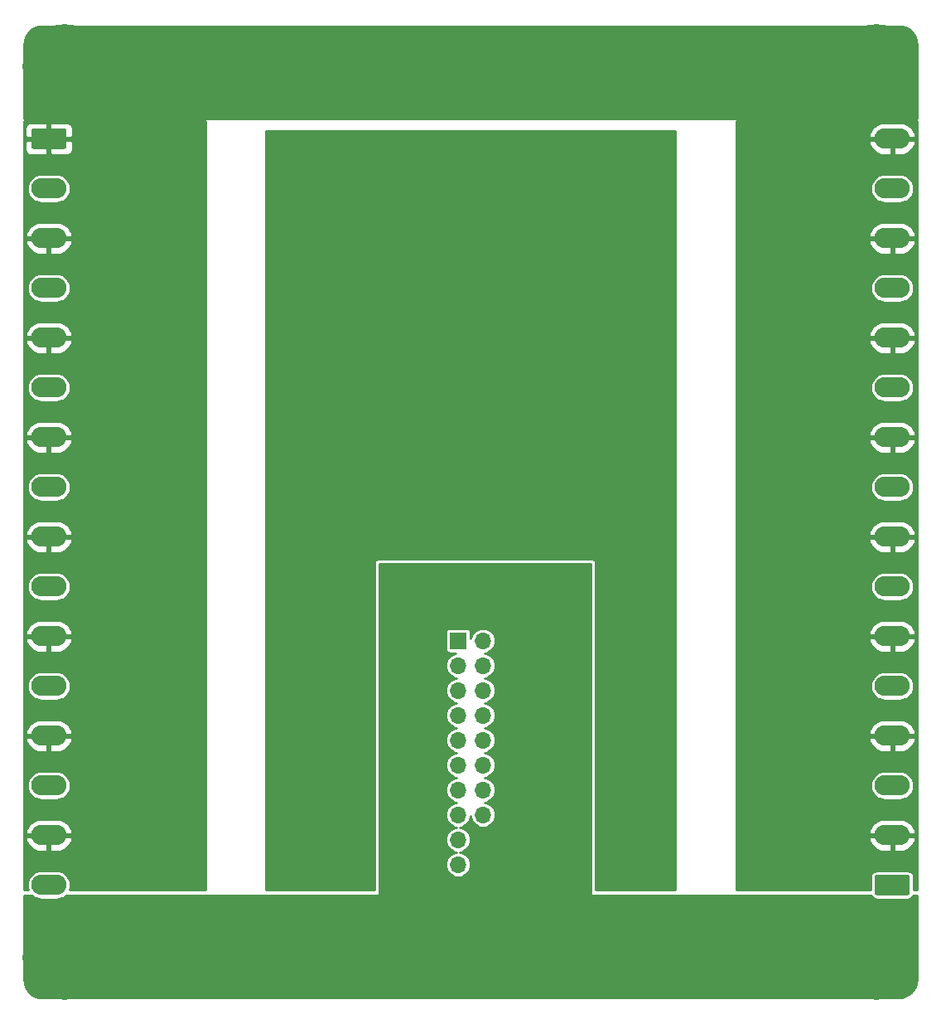
<source format=gbr>
G04 #@! TF.GenerationSoftware,KiCad,Pcbnew,(5.1.0)-1*
G04 #@! TF.CreationDate,2021-06-26T10:28:06+02:00*
G04 #@! TF.ProjectId,Magnetsteuerung_v2.2,4d61676e-6574-4737-9465-756572756e67,rev?*
G04 #@! TF.SameCoordinates,Original*
G04 #@! TF.FileFunction,Copper,L2,Bot*
G04 #@! TF.FilePolarity,Positive*
%FSLAX46Y46*%
G04 Gerber Fmt 4.6, Leading zero omitted, Abs format (unit mm)*
G04 Created by KiCad (PCBNEW (5.1.0)-1) date 2021-06-26 10:28:06*
%MOMM*%
%LPD*%
G04 APERTURE LIST*
%ADD10C,0.900000*%
%ADD11C,8.600000*%
%ADD12O,3.600000X2.080000*%
%ADD13C,0.100000*%
%ADD14C,2.080000*%
%ADD15O,1.700000X1.700000*%
%ADD16R,1.700000X1.700000*%
%ADD17C,0.800000*%
%ADD18C,0.254000*%
G04 APERTURE END LIST*
D10*
X178780419Y-124219581D03*
X176500000Y-123275000D03*
X174219581Y-124219581D03*
X173275000Y-126500000D03*
X174219581Y-128780419D03*
X176500000Y-129725000D03*
X178780419Y-128780419D03*
X179725000Y-126500000D03*
D11*
X176500000Y-126500000D03*
D10*
X178780419Y-33219581D03*
X176500000Y-32275000D03*
X174219581Y-33219581D03*
X173275000Y-35500000D03*
X174219581Y-37780419D03*
X176500000Y-38725000D03*
X178780419Y-37780419D03*
X179725000Y-35500000D03*
D11*
X176500000Y-35500000D03*
D10*
X95780419Y-124219581D03*
X93500000Y-123275000D03*
X91219581Y-124219581D03*
X90275000Y-126500000D03*
X91219581Y-128780419D03*
X93500000Y-129725000D03*
X95780419Y-128780419D03*
X96725000Y-126500000D03*
D11*
X93500000Y-126500000D03*
D10*
X95780419Y-33219581D03*
X93500000Y-32275000D03*
X91219581Y-33219581D03*
X90275000Y-35500000D03*
X91219581Y-37780419D03*
X93500000Y-38725000D03*
X95780419Y-37780419D03*
X96725000Y-35500000D03*
D11*
X93500000Y-35500000D03*
D12*
X178100000Y-42900000D03*
X178100000Y-47980000D03*
X178100000Y-53060000D03*
X178100000Y-58140000D03*
X178100000Y-63220000D03*
X178100000Y-68300000D03*
X178100000Y-73380000D03*
X178100000Y-78460000D03*
X178100000Y-83540000D03*
X178100000Y-88620000D03*
X178100000Y-93700000D03*
X178100000Y-98780000D03*
X178100000Y-103860000D03*
X178100000Y-108940000D03*
X178100000Y-114020000D03*
D13*
G36*
X179674505Y-118061204D02*
G01*
X179698773Y-118064804D01*
X179722572Y-118070765D01*
X179745671Y-118079030D01*
X179767850Y-118089520D01*
X179788893Y-118102132D01*
X179808599Y-118116747D01*
X179826777Y-118133223D01*
X179843253Y-118151401D01*
X179857868Y-118171107D01*
X179870480Y-118192150D01*
X179880970Y-118214329D01*
X179889235Y-118237428D01*
X179895196Y-118261227D01*
X179898796Y-118285495D01*
X179900000Y-118309999D01*
X179900000Y-119890001D01*
X179898796Y-119914505D01*
X179895196Y-119938773D01*
X179889235Y-119962572D01*
X179880970Y-119985671D01*
X179870480Y-120007850D01*
X179857868Y-120028893D01*
X179843253Y-120048599D01*
X179826777Y-120066777D01*
X179808599Y-120083253D01*
X179788893Y-120097868D01*
X179767850Y-120110480D01*
X179745671Y-120120970D01*
X179722572Y-120129235D01*
X179698773Y-120135196D01*
X179674505Y-120138796D01*
X179650001Y-120140000D01*
X176549999Y-120140000D01*
X176525495Y-120138796D01*
X176501227Y-120135196D01*
X176477428Y-120129235D01*
X176454329Y-120120970D01*
X176432150Y-120110480D01*
X176411107Y-120097868D01*
X176391401Y-120083253D01*
X176373223Y-120066777D01*
X176356747Y-120048599D01*
X176342132Y-120028893D01*
X176329520Y-120007850D01*
X176319030Y-119985671D01*
X176310765Y-119962572D01*
X176304804Y-119938773D01*
X176301204Y-119914505D01*
X176300000Y-119890001D01*
X176300000Y-118309999D01*
X176301204Y-118285495D01*
X176304804Y-118261227D01*
X176310765Y-118237428D01*
X176319030Y-118214329D01*
X176329520Y-118192150D01*
X176342132Y-118171107D01*
X176356747Y-118151401D01*
X176373223Y-118133223D01*
X176391401Y-118116747D01*
X176411107Y-118102132D01*
X176432150Y-118089520D01*
X176454329Y-118079030D01*
X176477428Y-118070765D01*
X176501227Y-118064804D01*
X176525495Y-118061204D01*
X176549999Y-118060000D01*
X179650001Y-118060000D01*
X179674505Y-118061204D01*
X179674505Y-118061204D01*
G37*
D14*
X178100000Y-119100000D03*
D12*
X91900000Y-119100000D03*
X91900000Y-114020000D03*
X91900000Y-108940000D03*
X91900000Y-103860000D03*
X91900000Y-98780000D03*
X91900000Y-93700000D03*
X91900000Y-88620000D03*
X91900000Y-83540000D03*
X91900000Y-78460000D03*
X91900000Y-73380000D03*
X91900000Y-68300000D03*
X91900000Y-63220000D03*
X91900000Y-58140000D03*
X91900000Y-53060000D03*
X91900000Y-47980000D03*
D13*
G36*
X93474505Y-41861204D02*
G01*
X93498773Y-41864804D01*
X93522572Y-41870765D01*
X93545671Y-41879030D01*
X93567850Y-41889520D01*
X93588893Y-41902132D01*
X93608599Y-41916747D01*
X93626777Y-41933223D01*
X93643253Y-41951401D01*
X93657868Y-41971107D01*
X93670480Y-41992150D01*
X93680970Y-42014329D01*
X93689235Y-42037428D01*
X93695196Y-42061227D01*
X93698796Y-42085495D01*
X93700000Y-42109999D01*
X93700000Y-43690001D01*
X93698796Y-43714505D01*
X93695196Y-43738773D01*
X93689235Y-43762572D01*
X93680970Y-43785671D01*
X93670480Y-43807850D01*
X93657868Y-43828893D01*
X93643253Y-43848599D01*
X93626777Y-43866777D01*
X93608599Y-43883253D01*
X93588893Y-43897868D01*
X93567850Y-43910480D01*
X93545671Y-43920970D01*
X93522572Y-43929235D01*
X93498773Y-43935196D01*
X93474505Y-43938796D01*
X93450001Y-43940000D01*
X90349999Y-43940000D01*
X90325495Y-43938796D01*
X90301227Y-43935196D01*
X90277428Y-43929235D01*
X90254329Y-43920970D01*
X90232150Y-43910480D01*
X90211107Y-43897868D01*
X90191401Y-43883253D01*
X90173223Y-43866777D01*
X90156747Y-43848599D01*
X90142132Y-43828893D01*
X90129520Y-43807850D01*
X90119030Y-43785671D01*
X90110765Y-43762572D01*
X90104804Y-43738773D01*
X90101204Y-43714505D01*
X90100000Y-43690001D01*
X90100000Y-42109999D01*
X90101204Y-42085495D01*
X90104804Y-42061227D01*
X90110765Y-42037428D01*
X90119030Y-42014329D01*
X90129520Y-41992150D01*
X90142132Y-41971107D01*
X90156747Y-41951401D01*
X90173223Y-41933223D01*
X90191401Y-41916747D01*
X90211107Y-41902132D01*
X90232150Y-41889520D01*
X90254329Y-41879030D01*
X90277428Y-41870765D01*
X90301227Y-41864804D01*
X90325495Y-41861204D01*
X90349999Y-41860000D01*
X93450001Y-41860000D01*
X93474505Y-41861204D01*
X93474505Y-41861204D01*
G37*
D14*
X91900000Y-42900000D03*
D15*
X133725000Y-99225000D03*
X133725000Y-106845000D03*
X133725000Y-111925000D03*
X136265000Y-114465000D03*
X133725000Y-117005000D03*
X133725000Y-96685000D03*
X136265000Y-99225000D03*
X133725000Y-101765000D03*
X136265000Y-101765000D03*
X133725000Y-104305000D03*
X136265000Y-104305000D03*
X136265000Y-96685000D03*
D16*
X133725000Y-94145000D03*
D15*
X136265000Y-106845000D03*
X136265000Y-111925000D03*
X133725000Y-114465000D03*
X136265000Y-117005000D03*
X136265000Y-94145000D03*
X133725000Y-109385000D03*
X136265000Y-109385000D03*
D17*
X144400000Y-87800000D03*
X138800000Y-87800000D03*
X141600000Y-87800000D03*
X136000000Y-87800000D03*
X133000000Y-87800000D03*
X127400000Y-92400000D03*
X127400000Y-91000000D03*
X127400000Y-89400000D03*
X144400000Y-92400000D03*
X144400000Y-91000000D03*
X144400000Y-89400000D03*
X141600000Y-89400000D03*
X141600000Y-91000000D03*
X141600000Y-92400000D03*
X130200000Y-89400000D03*
X130200000Y-91000000D03*
X130200000Y-92400000D03*
X133000000Y-89400000D03*
X136000000Y-89400000D03*
X138800000Y-89400000D03*
X133000000Y-91000000D03*
X136000000Y-91000000D03*
X138800000Y-91000000D03*
X127400000Y-87800000D03*
X130200000Y-87800000D03*
X153060000Y-113830000D03*
X154520000Y-113830000D03*
X153060000Y-103670000D03*
X154520000Y-103670000D03*
X153060000Y-93510000D03*
X154520000Y-93510000D03*
X153060000Y-83350000D03*
X154520000Y-83350000D03*
X153060000Y-73190000D03*
X154520000Y-73190000D03*
X153060000Y-63030000D03*
X154520000Y-63030000D03*
X153060000Y-52870000D03*
X154520000Y-52870000D03*
X154520000Y-42710000D03*
X115400000Y-109140000D03*
X116800000Y-109140000D03*
X115400000Y-98980000D03*
X116800000Y-98980000D03*
X115400000Y-88820000D03*
X116800000Y-88820000D03*
X115400000Y-78660000D03*
X116800000Y-78660000D03*
X115400000Y-68500000D03*
X116800000Y-68500000D03*
X115400000Y-58340000D03*
X116800000Y-58340000D03*
X115400000Y-48180000D03*
X116800000Y-48180000D03*
X116800000Y-119300000D03*
X115400000Y-119300000D03*
X153060000Y-42710000D03*
X142000000Y-77000000D03*
X143500000Y-77000000D03*
X145000000Y-77000000D03*
X142000000Y-78500000D03*
X143500000Y-78500000D03*
X145000000Y-78500000D03*
X142000000Y-80000000D03*
X143500000Y-80000000D03*
X145000000Y-80000000D03*
X142000000Y-81500000D03*
X143500000Y-81500000D03*
X145000000Y-81500000D03*
X142000000Y-83000000D03*
X143500000Y-83000000D03*
X145000000Y-83000000D03*
X140500000Y-81500000D03*
X139000000Y-81500000D03*
X137500000Y-81500000D03*
X137500000Y-83000000D03*
X139000000Y-83000000D03*
X140500000Y-83000000D03*
D18*
G36*
X107873000Y-119573000D02*
G01*
X94049528Y-119573000D01*
X94105774Y-119387582D01*
X94134098Y-119100000D01*
X94105774Y-118812418D01*
X94021889Y-118535887D01*
X93885668Y-118281035D01*
X93702345Y-118057655D01*
X93478965Y-117874332D01*
X93224113Y-117738111D01*
X92947582Y-117654226D01*
X92732068Y-117633000D01*
X91067932Y-117633000D01*
X90852418Y-117654226D01*
X90575887Y-117738111D01*
X90321035Y-117874332D01*
X90097655Y-118057655D01*
X89914332Y-118281035D01*
X89778111Y-118535887D01*
X89694226Y-118812418D01*
X89665902Y-119100000D01*
X89694226Y-119387582D01*
X89750472Y-119573000D01*
X89402000Y-119573000D01*
X89402000Y-114406710D01*
X89510252Y-114406710D01*
X89543901Y-114543663D01*
X89676731Y-114844984D01*
X89865794Y-115114602D01*
X90103824Y-115342155D01*
X90381673Y-115518898D01*
X90688664Y-115638039D01*
X91013000Y-115695000D01*
X91773000Y-115695000D01*
X91773000Y-114147000D01*
X92027000Y-114147000D01*
X92027000Y-115695000D01*
X92787000Y-115695000D01*
X93111336Y-115638039D01*
X93418327Y-115518898D01*
X93696176Y-115342155D01*
X93934206Y-115114602D01*
X94123269Y-114844984D01*
X94256099Y-114543663D01*
X94289748Y-114406710D01*
X94170922Y-114147000D01*
X92027000Y-114147000D01*
X91773000Y-114147000D01*
X89629078Y-114147000D01*
X89510252Y-114406710D01*
X89402000Y-114406710D01*
X89402000Y-113633290D01*
X89510252Y-113633290D01*
X89629078Y-113893000D01*
X91773000Y-113893000D01*
X91773000Y-113873000D01*
X92027000Y-113873000D01*
X92027000Y-113893000D01*
X94170922Y-113893000D01*
X94289748Y-113633290D01*
X94256099Y-113496337D01*
X94123269Y-113195016D01*
X93934206Y-112925398D01*
X93696176Y-112697845D01*
X93418327Y-112521102D01*
X93111336Y-112401961D01*
X92787000Y-112345000D01*
X91013000Y-112345000D01*
X90688664Y-112401961D01*
X90381673Y-112521102D01*
X90103824Y-112697845D01*
X89865794Y-112925398D01*
X89676731Y-113195016D01*
X89543901Y-113496337D01*
X89510252Y-113633290D01*
X89402000Y-113633290D01*
X89402000Y-108940000D01*
X89665902Y-108940000D01*
X89694226Y-109227582D01*
X89778111Y-109504113D01*
X89914332Y-109758965D01*
X90097655Y-109982345D01*
X90321035Y-110165668D01*
X90575887Y-110301889D01*
X90852418Y-110385774D01*
X91067932Y-110407000D01*
X92732068Y-110407000D01*
X92947582Y-110385774D01*
X93224113Y-110301889D01*
X93478965Y-110165668D01*
X93702345Y-109982345D01*
X93885668Y-109758965D01*
X94021889Y-109504113D01*
X94105774Y-109227582D01*
X94134098Y-108940000D01*
X94105774Y-108652418D01*
X94021889Y-108375887D01*
X93885668Y-108121035D01*
X93702345Y-107897655D01*
X93478965Y-107714332D01*
X93224113Y-107578111D01*
X92947582Y-107494226D01*
X92732068Y-107473000D01*
X91067932Y-107473000D01*
X90852418Y-107494226D01*
X90575887Y-107578111D01*
X90321035Y-107714332D01*
X90097655Y-107897655D01*
X89914332Y-108121035D01*
X89778111Y-108375887D01*
X89694226Y-108652418D01*
X89665902Y-108940000D01*
X89402000Y-108940000D01*
X89402000Y-104246710D01*
X89510252Y-104246710D01*
X89543901Y-104383663D01*
X89676731Y-104684984D01*
X89865794Y-104954602D01*
X90103824Y-105182155D01*
X90381673Y-105358898D01*
X90688664Y-105478039D01*
X91013000Y-105535000D01*
X91773000Y-105535000D01*
X91773000Y-103987000D01*
X92027000Y-103987000D01*
X92027000Y-105535000D01*
X92787000Y-105535000D01*
X93111336Y-105478039D01*
X93418327Y-105358898D01*
X93696176Y-105182155D01*
X93934206Y-104954602D01*
X94123269Y-104684984D01*
X94256099Y-104383663D01*
X94289748Y-104246710D01*
X94170922Y-103987000D01*
X92027000Y-103987000D01*
X91773000Y-103987000D01*
X89629078Y-103987000D01*
X89510252Y-104246710D01*
X89402000Y-104246710D01*
X89402000Y-103473290D01*
X89510252Y-103473290D01*
X89629078Y-103733000D01*
X91773000Y-103733000D01*
X91773000Y-103713000D01*
X92027000Y-103713000D01*
X92027000Y-103733000D01*
X94170922Y-103733000D01*
X94289748Y-103473290D01*
X94256099Y-103336337D01*
X94123269Y-103035016D01*
X93934206Y-102765398D01*
X93696176Y-102537845D01*
X93418327Y-102361102D01*
X93111336Y-102241961D01*
X92787000Y-102185000D01*
X91013000Y-102185000D01*
X90688664Y-102241961D01*
X90381673Y-102361102D01*
X90103824Y-102537845D01*
X89865794Y-102765398D01*
X89676731Y-103035016D01*
X89543901Y-103336337D01*
X89510252Y-103473290D01*
X89402000Y-103473290D01*
X89402000Y-98780000D01*
X89665902Y-98780000D01*
X89694226Y-99067582D01*
X89778111Y-99344113D01*
X89914332Y-99598965D01*
X90097655Y-99822345D01*
X90321035Y-100005668D01*
X90575887Y-100141889D01*
X90852418Y-100225774D01*
X91067932Y-100247000D01*
X92732068Y-100247000D01*
X92947582Y-100225774D01*
X93224113Y-100141889D01*
X93478965Y-100005668D01*
X93702345Y-99822345D01*
X93885668Y-99598965D01*
X94021889Y-99344113D01*
X94105774Y-99067582D01*
X94134098Y-98780000D01*
X94105774Y-98492418D01*
X94021889Y-98215887D01*
X93885668Y-97961035D01*
X93702345Y-97737655D01*
X93478965Y-97554332D01*
X93224113Y-97418111D01*
X92947582Y-97334226D01*
X92732068Y-97313000D01*
X91067932Y-97313000D01*
X90852418Y-97334226D01*
X90575887Y-97418111D01*
X90321035Y-97554332D01*
X90097655Y-97737655D01*
X89914332Y-97961035D01*
X89778111Y-98215887D01*
X89694226Y-98492418D01*
X89665902Y-98780000D01*
X89402000Y-98780000D01*
X89402000Y-94086710D01*
X89510252Y-94086710D01*
X89543901Y-94223663D01*
X89676731Y-94524984D01*
X89865794Y-94794602D01*
X90103824Y-95022155D01*
X90381673Y-95198898D01*
X90688664Y-95318039D01*
X91013000Y-95375000D01*
X91773000Y-95375000D01*
X91773000Y-93827000D01*
X92027000Y-93827000D01*
X92027000Y-95375000D01*
X92787000Y-95375000D01*
X93111336Y-95318039D01*
X93418327Y-95198898D01*
X93696176Y-95022155D01*
X93934206Y-94794602D01*
X94123269Y-94524984D01*
X94256099Y-94223663D01*
X94289748Y-94086710D01*
X94170922Y-93827000D01*
X92027000Y-93827000D01*
X91773000Y-93827000D01*
X89629078Y-93827000D01*
X89510252Y-94086710D01*
X89402000Y-94086710D01*
X89402000Y-93313290D01*
X89510252Y-93313290D01*
X89629078Y-93573000D01*
X91773000Y-93573000D01*
X91773000Y-93553000D01*
X92027000Y-93553000D01*
X92027000Y-93573000D01*
X94170922Y-93573000D01*
X94289748Y-93313290D01*
X94256099Y-93176337D01*
X94123269Y-92875016D01*
X93934206Y-92605398D01*
X93696176Y-92377845D01*
X93418327Y-92201102D01*
X93111336Y-92081961D01*
X92787000Y-92025000D01*
X91013000Y-92025000D01*
X90688664Y-92081961D01*
X90381673Y-92201102D01*
X90103824Y-92377845D01*
X89865794Y-92605398D01*
X89676731Y-92875016D01*
X89543901Y-93176337D01*
X89510252Y-93313290D01*
X89402000Y-93313290D01*
X89402000Y-88620000D01*
X89665902Y-88620000D01*
X89694226Y-88907582D01*
X89778111Y-89184113D01*
X89914332Y-89438965D01*
X90097655Y-89662345D01*
X90321035Y-89845668D01*
X90575887Y-89981889D01*
X90852418Y-90065774D01*
X91067932Y-90087000D01*
X92732068Y-90087000D01*
X92947582Y-90065774D01*
X93224113Y-89981889D01*
X93478965Y-89845668D01*
X93702345Y-89662345D01*
X93885668Y-89438965D01*
X94021889Y-89184113D01*
X94105774Y-88907582D01*
X94134098Y-88620000D01*
X94105774Y-88332418D01*
X94021889Y-88055887D01*
X93885668Y-87801035D01*
X93702345Y-87577655D01*
X93478965Y-87394332D01*
X93224113Y-87258111D01*
X92947582Y-87174226D01*
X92732068Y-87153000D01*
X91067932Y-87153000D01*
X90852418Y-87174226D01*
X90575887Y-87258111D01*
X90321035Y-87394332D01*
X90097655Y-87577655D01*
X89914332Y-87801035D01*
X89778111Y-88055887D01*
X89694226Y-88332418D01*
X89665902Y-88620000D01*
X89402000Y-88620000D01*
X89402000Y-83926710D01*
X89510252Y-83926710D01*
X89543901Y-84063663D01*
X89676731Y-84364984D01*
X89865794Y-84634602D01*
X90103824Y-84862155D01*
X90381673Y-85038898D01*
X90688664Y-85158039D01*
X91013000Y-85215000D01*
X91773000Y-85215000D01*
X91773000Y-83667000D01*
X92027000Y-83667000D01*
X92027000Y-85215000D01*
X92787000Y-85215000D01*
X93111336Y-85158039D01*
X93418327Y-85038898D01*
X93696176Y-84862155D01*
X93934206Y-84634602D01*
X94123269Y-84364984D01*
X94256099Y-84063663D01*
X94289748Y-83926710D01*
X94170922Y-83667000D01*
X92027000Y-83667000D01*
X91773000Y-83667000D01*
X89629078Y-83667000D01*
X89510252Y-83926710D01*
X89402000Y-83926710D01*
X89402000Y-83153290D01*
X89510252Y-83153290D01*
X89629078Y-83413000D01*
X91773000Y-83413000D01*
X91773000Y-83393000D01*
X92027000Y-83393000D01*
X92027000Y-83413000D01*
X94170922Y-83413000D01*
X94289748Y-83153290D01*
X94256099Y-83016337D01*
X94123269Y-82715016D01*
X93934206Y-82445398D01*
X93696176Y-82217845D01*
X93418327Y-82041102D01*
X93111336Y-81921961D01*
X92787000Y-81865000D01*
X91013000Y-81865000D01*
X90688664Y-81921961D01*
X90381673Y-82041102D01*
X90103824Y-82217845D01*
X89865794Y-82445398D01*
X89676731Y-82715016D01*
X89543901Y-83016337D01*
X89510252Y-83153290D01*
X89402000Y-83153290D01*
X89402000Y-78460000D01*
X89665902Y-78460000D01*
X89694226Y-78747582D01*
X89778111Y-79024113D01*
X89914332Y-79278965D01*
X90097655Y-79502345D01*
X90321035Y-79685668D01*
X90575887Y-79821889D01*
X90852418Y-79905774D01*
X91067932Y-79927000D01*
X92732068Y-79927000D01*
X92947582Y-79905774D01*
X93224113Y-79821889D01*
X93478965Y-79685668D01*
X93702345Y-79502345D01*
X93885668Y-79278965D01*
X94021889Y-79024113D01*
X94105774Y-78747582D01*
X94134098Y-78460000D01*
X94105774Y-78172418D01*
X94021889Y-77895887D01*
X93885668Y-77641035D01*
X93702345Y-77417655D01*
X93478965Y-77234332D01*
X93224113Y-77098111D01*
X92947582Y-77014226D01*
X92732068Y-76993000D01*
X91067932Y-76993000D01*
X90852418Y-77014226D01*
X90575887Y-77098111D01*
X90321035Y-77234332D01*
X90097655Y-77417655D01*
X89914332Y-77641035D01*
X89778111Y-77895887D01*
X89694226Y-78172418D01*
X89665902Y-78460000D01*
X89402000Y-78460000D01*
X89402000Y-73766710D01*
X89510252Y-73766710D01*
X89543901Y-73903663D01*
X89676731Y-74204984D01*
X89865794Y-74474602D01*
X90103824Y-74702155D01*
X90381673Y-74878898D01*
X90688664Y-74998039D01*
X91013000Y-75055000D01*
X91773000Y-75055000D01*
X91773000Y-73507000D01*
X92027000Y-73507000D01*
X92027000Y-75055000D01*
X92787000Y-75055000D01*
X93111336Y-74998039D01*
X93418327Y-74878898D01*
X93696176Y-74702155D01*
X93934206Y-74474602D01*
X94123269Y-74204984D01*
X94256099Y-73903663D01*
X94289748Y-73766710D01*
X94170922Y-73507000D01*
X92027000Y-73507000D01*
X91773000Y-73507000D01*
X89629078Y-73507000D01*
X89510252Y-73766710D01*
X89402000Y-73766710D01*
X89402000Y-72993290D01*
X89510252Y-72993290D01*
X89629078Y-73253000D01*
X91773000Y-73253000D01*
X91773000Y-73233000D01*
X92027000Y-73233000D01*
X92027000Y-73253000D01*
X94170922Y-73253000D01*
X94289748Y-72993290D01*
X94256099Y-72856337D01*
X94123269Y-72555016D01*
X93934206Y-72285398D01*
X93696176Y-72057845D01*
X93418327Y-71881102D01*
X93111336Y-71761961D01*
X92787000Y-71705000D01*
X91013000Y-71705000D01*
X90688664Y-71761961D01*
X90381673Y-71881102D01*
X90103824Y-72057845D01*
X89865794Y-72285398D01*
X89676731Y-72555016D01*
X89543901Y-72856337D01*
X89510252Y-72993290D01*
X89402000Y-72993290D01*
X89402000Y-68300000D01*
X89665902Y-68300000D01*
X89694226Y-68587582D01*
X89778111Y-68864113D01*
X89914332Y-69118965D01*
X90097655Y-69342345D01*
X90321035Y-69525668D01*
X90575887Y-69661889D01*
X90852418Y-69745774D01*
X91067932Y-69767000D01*
X92732068Y-69767000D01*
X92947582Y-69745774D01*
X93224113Y-69661889D01*
X93478965Y-69525668D01*
X93702345Y-69342345D01*
X93885668Y-69118965D01*
X94021889Y-68864113D01*
X94105774Y-68587582D01*
X94134098Y-68300000D01*
X94105774Y-68012418D01*
X94021889Y-67735887D01*
X93885668Y-67481035D01*
X93702345Y-67257655D01*
X93478965Y-67074332D01*
X93224113Y-66938111D01*
X92947582Y-66854226D01*
X92732068Y-66833000D01*
X91067932Y-66833000D01*
X90852418Y-66854226D01*
X90575887Y-66938111D01*
X90321035Y-67074332D01*
X90097655Y-67257655D01*
X89914332Y-67481035D01*
X89778111Y-67735887D01*
X89694226Y-68012418D01*
X89665902Y-68300000D01*
X89402000Y-68300000D01*
X89402000Y-63606710D01*
X89510252Y-63606710D01*
X89543901Y-63743663D01*
X89676731Y-64044984D01*
X89865794Y-64314602D01*
X90103824Y-64542155D01*
X90381673Y-64718898D01*
X90688664Y-64838039D01*
X91013000Y-64895000D01*
X91773000Y-64895000D01*
X91773000Y-63347000D01*
X92027000Y-63347000D01*
X92027000Y-64895000D01*
X92787000Y-64895000D01*
X93111336Y-64838039D01*
X93418327Y-64718898D01*
X93696176Y-64542155D01*
X93934206Y-64314602D01*
X94123269Y-64044984D01*
X94256099Y-63743663D01*
X94289748Y-63606710D01*
X94170922Y-63347000D01*
X92027000Y-63347000D01*
X91773000Y-63347000D01*
X89629078Y-63347000D01*
X89510252Y-63606710D01*
X89402000Y-63606710D01*
X89402000Y-62833290D01*
X89510252Y-62833290D01*
X89629078Y-63093000D01*
X91773000Y-63093000D01*
X91773000Y-63073000D01*
X92027000Y-63073000D01*
X92027000Y-63093000D01*
X94170922Y-63093000D01*
X94289748Y-62833290D01*
X94256099Y-62696337D01*
X94123269Y-62395016D01*
X93934206Y-62125398D01*
X93696176Y-61897845D01*
X93418327Y-61721102D01*
X93111336Y-61601961D01*
X92787000Y-61545000D01*
X91013000Y-61545000D01*
X90688664Y-61601961D01*
X90381673Y-61721102D01*
X90103824Y-61897845D01*
X89865794Y-62125398D01*
X89676731Y-62395016D01*
X89543901Y-62696337D01*
X89510252Y-62833290D01*
X89402000Y-62833290D01*
X89402000Y-58140000D01*
X89665902Y-58140000D01*
X89694226Y-58427582D01*
X89778111Y-58704113D01*
X89914332Y-58958965D01*
X90097655Y-59182345D01*
X90321035Y-59365668D01*
X90575887Y-59501889D01*
X90852418Y-59585774D01*
X91067932Y-59607000D01*
X92732068Y-59607000D01*
X92947582Y-59585774D01*
X93224113Y-59501889D01*
X93478965Y-59365668D01*
X93702345Y-59182345D01*
X93885668Y-58958965D01*
X94021889Y-58704113D01*
X94105774Y-58427582D01*
X94134098Y-58140000D01*
X94105774Y-57852418D01*
X94021889Y-57575887D01*
X93885668Y-57321035D01*
X93702345Y-57097655D01*
X93478965Y-56914332D01*
X93224113Y-56778111D01*
X92947582Y-56694226D01*
X92732068Y-56673000D01*
X91067932Y-56673000D01*
X90852418Y-56694226D01*
X90575887Y-56778111D01*
X90321035Y-56914332D01*
X90097655Y-57097655D01*
X89914332Y-57321035D01*
X89778111Y-57575887D01*
X89694226Y-57852418D01*
X89665902Y-58140000D01*
X89402000Y-58140000D01*
X89402000Y-53446710D01*
X89510252Y-53446710D01*
X89543901Y-53583663D01*
X89676731Y-53884984D01*
X89865794Y-54154602D01*
X90103824Y-54382155D01*
X90381673Y-54558898D01*
X90688664Y-54678039D01*
X91013000Y-54735000D01*
X91773000Y-54735000D01*
X91773000Y-53187000D01*
X92027000Y-53187000D01*
X92027000Y-54735000D01*
X92787000Y-54735000D01*
X93111336Y-54678039D01*
X93418327Y-54558898D01*
X93696176Y-54382155D01*
X93934206Y-54154602D01*
X94123269Y-53884984D01*
X94256099Y-53583663D01*
X94289748Y-53446710D01*
X94170922Y-53187000D01*
X92027000Y-53187000D01*
X91773000Y-53187000D01*
X89629078Y-53187000D01*
X89510252Y-53446710D01*
X89402000Y-53446710D01*
X89402000Y-52673290D01*
X89510252Y-52673290D01*
X89629078Y-52933000D01*
X91773000Y-52933000D01*
X91773000Y-52913000D01*
X92027000Y-52913000D01*
X92027000Y-52933000D01*
X94170922Y-52933000D01*
X94289748Y-52673290D01*
X94256099Y-52536337D01*
X94123269Y-52235016D01*
X93934206Y-51965398D01*
X93696176Y-51737845D01*
X93418327Y-51561102D01*
X93111336Y-51441961D01*
X92787000Y-51385000D01*
X91013000Y-51385000D01*
X90688664Y-51441961D01*
X90381673Y-51561102D01*
X90103824Y-51737845D01*
X89865794Y-51965398D01*
X89676731Y-52235016D01*
X89543901Y-52536337D01*
X89510252Y-52673290D01*
X89402000Y-52673290D01*
X89402000Y-47980000D01*
X89665902Y-47980000D01*
X89694226Y-48267582D01*
X89778111Y-48544113D01*
X89914332Y-48798965D01*
X90097655Y-49022345D01*
X90321035Y-49205668D01*
X90575887Y-49341889D01*
X90852418Y-49425774D01*
X91067932Y-49447000D01*
X92732068Y-49447000D01*
X92947582Y-49425774D01*
X93224113Y-49341889D01*
X93478965Y-49205668D01*
X93702345Y-49022345D01*
X93885668Y-48798965D01*
X94021889Y-48544113D01*
X94105774Y-48267582D01*
X94134098Y-47980000D01*
X94105774Y-47692418D01*
X94021889Y-47415887D01*
X93885668Y-47161035D01*
X93702345Y-46937655D01*
X93478965Y-46754332D01*
X93224113Y-46618111D01*
X92947582Y-46534226D01*
X92732068Y-46513000D01*
X91067932Y-46513000D01*
X90852418Y-46534226D01*
X90575887Y-46618111D01*
X90321035Y-46754332D01*
X90097655Y-46937655D01*
X89914332Y-47161035D01*
X89778111Y-47415887D01*
X89694226Y-47692418D01*
X89665902Y-47980000D01*
X89402000Y-47980000D01*
X89402000Y-43940000D01*
X89461928Y-43940000D01*
X89474188Y-44064482D01*
X89510498Y-44184180D01*
X89569463Y-44294494D01*
X89648815Y-44391185D01*
X89745506Y-44470537D01*
X89855820Y-44529502D01*
X89975518Y-44565812D01*
X90100000Y-44578072D01*
X91614250Y-44575000D01*
X91773000Y-44416250D01*
X91773000Y-43027000D01*
X92027000Y-43027000D01*
X92027000Y-44416250D01*
X92185750Y-44575000D01*
X93700000Y-44578072D01*
X93824482Y-44565812D01*
X93944180Y-44529502D01*
X94054494Y-44470537D01*
X94151185Y-44391185D01*
X94230537Y-44294494D01*
X94289502Y-44184180D01*
X94325812Y-44064482D01*
X94338072Y-43940000D01*
X94335000Y-43185750D01*
X94176250Y-43027000D01*
X92027000Y-43027000D01*
X91773000Y-43027000D01*
X89623750Y-43027000D01*
X89465000Y-43185750D01*
X89461928Y-43940000D01*
X89402000Y-43940000D01*
X89402000Y-41860000D01*
X89461928Y-41860000D01*
X89465000Y-42614250D01*
X89623750Y-42773000D01*
X91773000Y-42773000D01*
X91773000Y-41383750D01*
X92027000Y-41383750D01*
X92027000Y-42773000D01*
X94176250Y-42773000D01*
X94335000Y-42614250D01*
X94338072Y-41860000D01*
X94325812Y-41735518D01*
X94289502Y-41615820D01*
X94230537Y-41505506D01*
X94151185Y-41408815D01*
X94054494Y-41329463D01*
X93944180Y-41270498D01*
X93824482Y-41234188D01*
X93700000Y-41221928D01*
X92185750Y-41225000D01*
X92027000Y-41383750D01*
X91773000Y-41383750D01*
X91614250Y-41225000D01*
X90100000Y-41221928D01*
X89975518Y-41234188D01*
X89855820Y-41270498D01*
X89745506Y-41329463D01*
X89648815Y-41408815D01*
X89569463Y-41505506D01*
X89510498Y-41615820D01*
X89474188Y-41735518D01*
X89461928Y-41860000D01*
X89402000Y-41860000D01*
X89402000Y-41127000D01*
X107873000Y-41127000D01*
X107873000Y-119573000D01*
X107873000Y-119573000D01*
G37*
X107873000Y-119573000D02*
X94049528Y-119573000D01*
X94105774Y-119387582D01*
X94134098Y-119100000D01*
X94105774Y-118812418D01*
X94021889Y-118535887D01*
X93885668Y-118281035D01*
X93702345Y-118057655D01*
X93478965Y-117874332D01*
X93224113Y-117738111D01*
X92947582Y-117654226D01*
X92732068Y-117633000D01*
X91067932Y-117633000D01*
X90852418Y-117654226D01*
X90575887Y-117738111D01*
X90321035Y-117874332D01*
X90097655Y-118057655D01*
X89914332Y-118281035D01*
X89778111Y-118535887D01*
X89694226Y-118812418D01*
X89665902Y-119100000D01*
X89694226Y-119387582D01*
X89750472Y-119573000D01*
X89402000Y-119573000D01*
X89402000Y-114406710D01*
X89510252Y-114406710D01*
X89543901Y-114543663D01*
X89676731Y-114844984D01*
X89865794Y-115114602D01*
X90103824Y-115342155D01*
X90381673Y-115518898D01*
X90688664Y-115638039D01*
X91013000Y-115695000D01*
X91773000Y-115695000D01*
X91773000Y-114147000D01*
X92027000Y-114147000D01*
X92027000Y-115695000D01*
X92787000Y-115695000D01*
X93111336Y-115638039D01*
X93418327Y-115518898D01*
X93696176Y-115342155D01*
X93934206Y-115114602D01*
X94123269Y-114844984D01*
X94256099Y-114543663D01*
X94289748Y-114406710D01*
X94170922Y-114147000D01*
X92027000Y-114147000D01*
X91773000Y-114147000D01*
X89629078Y-114147000D01*
X89510252Y-114406710D01*
X89402000Y-114406710D01*
X89402000Y-113633290D01*
X89510252Y-113633290D01*
X89629078Y-113893000D01*
X91773000Y-113893000D01*
X91773000Y-113873000D01*
X92027000Y-113873000D01*
X92027000Y-113893000D01*
X94170922Y-113893000D01*
X94289748Y-113633290D01*
X94256099Y-113496337D01*
X94123269Y-113195016D01*
X93934206Y-112925398D01*
X93696176Y-112697845D01*
X93418327Y-112521102D01*
X93111336Y-112401961D01*
X92787000Y-112345000D01*
X91013000Y-112345000D01*
X90688664Y-112401961D01*
X90381673Y-112521102D01*
X90103824Y-112697845D01*
X89865794Y-112925398D01*
X89676731Y-113195016D01*
X89543901Y-113496337D01*
X89510252Y-113633290D01*
X89402000Y-113633290D01*
X89402000Y-108940000D01*
X89665902Y-108940000D01*
X89694226Y-109227582D01*
X89778111Y-109504113D01*
X89914332Y-109758965D01*
X90097655Y-109982345D01*
X90321035Y-110165668D01*
X90575887Y-110301889D01*
X90852418Y-110385774D01*
X91067932Y-110407000D01*
X92732068Y-110407000D01*
X92947582Y-110385774D01*
X93224113Y-110301889D01*
X93478965Y-110165668D01*
X93702345Y-109982345D01*
X93885668Y-109758965D01*
X94021889Y-109504113D01*
X94105774Y-109227582D01*
X94134098Y-108940000D01*
X94105774Y-108652418D01*
X94021889Y-108375887D01*
X93885668Y-108121035D01*
X93702345Y-107897655D01*
X93478965Y-107714332D01*
X93224113Y-107578111D01*
X92947582Y-107494226D01*
X92732068Y-107473000D01*
X91067932Y-107473000D01*
X90852418Y-107494226D01*
X90575887Y-107578111D01*
X90321035Y-107714332D01*
X90097655Y-107897655D01*
X89914332Y-108121035D01*
X89778111Y-108375887D01*
X89694226Y-108652418D01*
X89665902Y-108940000D01*
X89402000Y-108940000D01*
X89402000Y-104246710D01*
X89510252Y-104246710D01*
X89543901Y-104383663D01*
X89676731Y-104684984D01*
X89865794Y-104954602D01*
X90103824Y-105182155D01*
X90381673Y-105358898D01*
X90688664Y-105478039D01*
X91013000Y-105535000D01*
X91773000Y-105535000D01*
X91773000Y-103987000D01*
X92027000Y-103987000D01*
X92027000Y-105535000D01*
X92787000Y-105535000D01*
X93111336Y-105478039D01*
X93418327Y-105358898D01*
X93696176Y-105182155D01*
X93934206Y-104954602D01*
X94123269Y-104684984D01*
X94256099Y-104383663D01*
X94289748Y-104246710D01*
X94170922Y-103987000D01*
X92027000Y-103987000D01*
X91773000Y-103987000D01*
X89629078Y-103987000D01*
X89510252Y-104246710D01*
X89402000Y-104246710D01*
X89402000Y-103473290D01*
X89510252Y-103473290D01*
X89629078Y-103733000D01*
X91773000Y-103733000D01*
X91773000Y-103713000D01*
X92027000Y-103713000D01*
X92027000Y-103733000D01*
X94170922Y-103733000D01*
X94289748Y-103473290D01*
X94256099Y-103336337D01*
X94123269Y-103035016D01*
X93934206Y-102765398D01*
X93696176Y-102537845D01*
X93418327Y-102361102D01*
X93111336Y-102241961D01*
X92787000Y-102185000D01*
X91013000Y-102185000D01*
X90688664Y-102241961D01*
X90381673Y-102361102D01*
X90103824Y-102537845D01*
X89865794Y-102765398D01*
X89676731Y-103035016D01*
X89543901Y-103336337D01*
X89510252Y-103473290D01*
X89402000Y-103473290D01*
X89402000Y-98780000D01*
X89665902Y-98780000D01*
X89694226Y-99067582D01*
X89778111Y-99344113D01*
X89914332Y-99598965D01*
X90097655Y-99822345D01*
X90321035Y-100005668D01*
X90575887Y-100141889D01*
X90852418Y-100225774D01*
X91067932Y-100247000D01*
X92732068Y-100247000D01*
X92947582Y-100225774D01*
X93224113Y-100141889D01*
X93478965Y-100005668D01*
X93702345Y-99822345D01*
X93885668Y-99598965D01*
X94021889Y-99344113D01*
X94105774Y-99067582D01*
X94134098Y-98780000D01*
X94105774Y-98492418D01*
X94021889Y-98215887D01*
X93885668Y-97961035D01*
X93702345Y-97737655D01*
X93478965Y-97554332D01*
X93224113Y-97418111D01*
X92947582Y-97334226D01*
X92732068Y-97313000D01*
X91067932Y-97313000D01*
X90852418Y-97334226D01*
X90575887Y-97418111D01*
X90321035Y-97554332D01*
X90097655Y-97737655D01*
X89914332Y-97961035D01*
X89778111Y-98215887D01*
X89694226Y-98492418D01*
X89665902Y-98780000D01*
X89402000Y-98780000D01*
X89402000Y-94086710D01*
X89510252Y-94086710D01*
X89543901Y-94223663D01*
X89676731Y-94524984D01*
X89865794Y-94794602D01*
X90103824Y-95022155D01*
X90381673Y-95198898D01*
X90688664Y-95318039D01*
X91013000Y-95375000D01*
X91773000Y-95375000D01*
X91773000Y-93827000D01*
X92027000Y-93827000D01*
X92027000Y-95375000D01*
X92787000Y-95375000D01*
X93111336Y-95318039D01*
X93418327Y-95198898D01*
X93696176Y-95022155D01*
X93934206Y-94794602D01*
X94123269Y-94524984D01*
X94256099Y-94223663D01*
X94289748Y-94086710D01*
X94170922Y-93827000D01*
X92027000Y-93827000D01*
X91773000Y-93827000D01*
X89629078Y-93827000D01*
X89510252Y-94086710D01*
X89402000Y-94086710D01*
X89402000Y-93313290D01*
X89510252Y-93313290D01*
X89629078Y-93573000D01*
X91773000Y-93573000D01*
X91773000Y-93553000D01*
X92027000Y-93553000D01*
X92027000Y-93573000D01*
X94170922Y-93573000D01*
X94289748Y-93313290D01*
X94256099Y-93176337D01*
X94123269Y-92875016D01*
X93934206Y-92605398D01*
X93696176Y-92377845D01*
X93418327Y-92201102D01*
X93111336Y-92081961D01*
X92787000Y-92025000D01*
X91013000Y-92025000D01*
X90688664Y-92081961D01*
X90381673Y-92201102D01*
X90103824Y-92377845D01*
X89865794Y-92605398D01*
X89676731Y-92875016D01*
X89543901Y-93176337D01*
X89510252Y-93313290D01*
X89402000Y-93313290D01*
X89402000Y-88620000D01*
X89665902Y-88620000D01*
X89694226Y-88907582D01*
X89778111Y-89184113D01*
X89914332Y-89438965D01*
X90097655Y-89662345D01*
X90321035Y-89845668D01*
X90575887Y-89981889D01*
X90852418Y-90065774D01*
X91067932Y-90087000D01*
X92732068Y-90087000D01*
X92947582Y-90065774D01*
X93224113Y-89981889D01*
X93478965Y-89845668D01*
X93702345Y-89662345D01*
X93885668Y-89438965D01*
X94021889Y-89184113D01*
X94105774Y-88907582D01*
X94134098Y-88620000D01*
X94105774Y-88332418D01*
X94021889Y-88055887D01*
X93885668Y-87801035D01*
X93702345Y-87577655D01*
X93478965Y-87394332D01*
X93224113Y-87258111D01*
X92947582Y-87174226D01*
X92732068Y-87153000D01*
X91067932Y-87153000D01*
X90852418Y-87174226D01*
X90575887Y-87258111D01*
X90321035Y-87394332D01*
X90097655Y-87577655D01*
X89914332Y-87801035D01*
X89778111Y-88055887D01*
X89694226Y-88332418D01*
X89665902Y-88620000D01*
X89402000Y-88620000D01*
X89402000Y-83926710D01*
X89510252Y-83926710D01*
X89543901Y-84063663D01*
X89676731Y-84364984D01*
X89865794Y-84634602D01*
X90103824Y-84862155D01*
X90381673Y-85038898D01*
X90688664Y-85158039D01*
X91013000Y-85215000D01*
X91773000Y-85215000D01*
X91773000Y-83667000D01*
X92027000Y-83667000D01*
X92027000Y-85215000D01*
X92787000Y-85215000D01*
X93111336Y-85158039D01*
X93418327Y-85038898D01*
X93696176Y-84862155D01*
X93934206Y-84634602D01*
X94123269Y-84364984D01*
X94256099Y-84063663D01*
X94289748Y-83926710D01*
X94170922Y-83667000D01*
X92027000Y-83667000D01*
X91773000Y-83667000D01*
X89629078Y-83667000D01*
X89510252Y-83926710D01*
X89402000Y-83926710D01*
X89402000Y-83153290D01*
X89510252Y-83153290D01*
X89629078Y-83413000D01*
X91773000Y-83413000D01*
X91773000Y-83393000D01*
X92027000Y-83393000D01*
X92027000Y-83413000D01*
X94170922Y-83413000D01*
X94289748Y-83153290D01*
X94256099Y-83016337D01*
X94123269Y-82715016D01*
X93934206Y-82445398D01*
X93696176Y-82217845D01*
X93418327Y-82041102D01*
X93111336Y-81921961D01*
X92787000Y-81865000D01*
X91013000Y-81865000D01*
X90688664Y-81921961D01*
X90381673Y-82041102D01*
X90103824Y-82217845D01*
X89865794Y-82445398D01*
X89676731Y-82715016D01*
X89543901Y-83016337D01*
X89510252Y-83153290D01*
X89402000Y-83153290D01*
X89402000Y-78460000D01*
X89665902Y-78460000D01*
X89694226Y-78747582D01*
X89778111Y-79024113D01*
X89914332Y-79278965D01*
X90097655Y-79502345D01*
X90321035Y-79685668D01*
X90575887Y-79821889D01*
X90852418Y-79905774D01*
X91067932Y-79927000D01*
X92732068Y-79927000D01*
X92947582Y-79905774D01*
X93224113Y-79821889D01*
X93478965Y-79685668D01*
X93702345Y-79502345D01*
X93885668Y-79278965D01*
X94021889Y-79024113D01*
X94105774Y-78747582D01*
X94134098Y-78460000D01*
X94105774Y-78172418D01*
X94021889Y-77895887D01*
X93885668Y-77641035D01*
X93702345Y-77417655D01*
X93478965Y-77234332D01*
X93224113Y-77098111D01*
X92947582Y-77014226D01*
X92732068Y-76993000D01*
X91067932Y-76993000D01*
X90852418Y-77014226D01*
X90575887Y-77098111D01*
X90321035Y-77234332D01*
X90097655Y-77417655D01*
X89914332Y-77641035D01*
X89778111Y-77895887D01*
X89694226Y-78172418D01*
X89665902Y-78460000D01*
X89402000Y-78460000D01*
X89402000Y-73766710D01*
X89510252Y-73766710D01*
X89543901Y-73903663D01*
X89676731Y-74204984D01*
X89865794Y-74474602D01*
X90103824Y-74702155D01*
X90381673Y-74878898D01*
X90688664Y-74998039D01*
X91013000Y-75055000D01*
X91773000Y-75055000D01*
X91773000Y-73507000D01*
X92027000Y-73507000D01*
X92027000Y-75055000D01*
X92787000Y-75055000D01*
X93111336Y-74998039D01*
X93418327Y-74878898D01*
X93696176Y-74702155D01*
X93934206Y-74474602D01*
X94123269Y-74204984D01*
X94256099Y-73903663D01*
X94289748Y-73766710D01*
X94170922Y-73507000D01*
X92027000Y-73507000D01*
X91773000Y-73507000D01*
X89629078Y-73507000D01*
X89510252Y-73766710D01*
X89402000Y-73766710D01*
X89402000Y-72993290D01*
X89510252Y-72993290D01*
X89629078Y-73253000D01*
X91773000Y-73253000D01*
X91773000Y-73233000D01*
X92027000Y-73233000D01*
X92027000Y-73253000D01*
X94170922Y-73253000D01*
X94289748Y-72993290D01*
X94256099Y-72856337D01*
X94123269Y-72555016D01*
X93934206Y-72285398D01*
X93696176Y-72057845D01*
X93418327Y-71881102D01*
X93111336Y-71761961D01*
X92787000Y-71705000D01*
X91013000Y-71705000D01*
X90688664Y-71761961D01*
X90381673Y-71881102D01*
X90103824Y-72057845D01*
X89865794Y-72285398D01*
X89676731Y-72555016D01*
X89543901Y-72856337D01*
X89510252Y-72993290D01*
X89402000Y-72993290D01*
X89402000Y-68300000D01*
X89665902Y-68300000D01*
X89694226Y-68587582D01*
X89778111Y-68864113D01*
X89914332Y-69118965D01*
X90097655Y-69342345D01*
X90321035Y-69525668D01*
X90575887Y-69661889D01*
X90852418Y-69745774D01*
X91067932Y-69767000D01*
X92732068Y-69767000D01*
X92947582Y-69745774D01*
X93224113Y-69661889D01*
X93478965Y-69525668D01*
X93702345Y-69342345D01*
X93885668Y-69118965D01*
X94021889Y-68864113D01*
X94105774Y-68587582D01*
X94134098Y-68300000D01*
X94105774Y-68012418D01*
X94021889Y-67735887D01*
X93885668Y-67481035D01*
X93702345Y-67257655D01*
X93478965Y-67074332D01*
X93224113Y-66938111D01*
X92947582Y-66854226D01*
X92732068Y-66833000D01*
X91067932Y-66833000D01*
X90852418Y-66854226D01*
X90575887Y-66938111D01*
X90321035Y-67074332D01*
X90097655Y-67257655D01*
X89914332Y-67481035D01*
X89778111Y-67735887D01*
X89694226Y-68012418D01*
X89665902Y-68300000D01*
X89402000Y-68300000D01*
X89402000Y-63606710D01*
X89510252Y-63606710D01*
X89543901Y-63743663D01*
X89676731Y-64044984D01*
X89865794Y-64314602D01*
X90103824Y-64542155D01*
X90381673Y-64718898D01*
X90688664Y-64838039D01*
X91013000Y-64895000D01*
X91773000Y-64895000D01*
X91773000Y-63347000D01*
X92027000Y-63347000D01*
X92027000Y-64895000D01*
X92787000Y-64895000D01*
X93111336Y-64838039D01*
X93418327Y-64718898D01*
X93696176Y-64542155D01*
X93934206Y-64314602D01*
X94123269Y-64044984D01*
X94256099Y-63743663D01*
X94289748Y-63606710D01*
X94170922Y-63347000D01*
X92027000Y-63347000D01*
X91773000Y-63347000D01*
X89629078Y-63347000D01*
X89510252Y-63606710D01*
X89402000Y-63606710D01*
X89402000Y-62833290D01*
X89510252Y-62833290D01*
X89629078Y-63093000D01*
X91773000Y-63093000D01*
X91773000Y-63073000D01*
X92027000Y-63073000D01*
X92027000Y-63093000D01*
X94170922Y-63093000D01*
X94289748Y-62833290D01*
X94256099Y-62696337D01*
X94123269Y-62395016D01*
X93934206Y-62125398D01*
X93696176Y-61897845D01*
X93418327Y-61721102D01*
X93111336Y-61601961D01*
X92787000Y-61545000D01*
X91013000Y-61545000D01*
X90688664Y-61601961D01*
X90381673Y-61721102D01*
X90103824Y-61897845D01*
X89865794Y-62125398D01*
X89676731Y-62395016D01*
X89543901Y-62696337D01*
X89510252Y-62833290D01*
X89402000Y-62833290D01*
X89402000Y-58140000D01*
X89665902Y-58140000D01*
X89694226Y-58427582D01*
X89778111Y-58704113D01*
X89914332Y-58958965D01*
X90097655Y-59182345D01*
X90321035Y-59365668D01*
X90575887Y-59501889D01*
X90852418Y-59585774D01*
X91067932Y-59607000D01*
X92732068Y-59607000D01*
X92947582Y-59585774D01*
X93224113Y-59501889D01*
X93478965Y-59365668D01*
X93702345Y-59182345D01*
X93885668Y-58958965D01*
X94021889Y-58704113D01*
X94105774Y-58427582D01*
X94134098Y-58140000D01*
X94105774Y-57852418D01*
X94021889Y-57575887D01*
X93885668Y-57321035D01*
X93702345Y-57097655D01*
X93478965Y-56914332D01*
X93224113Y-56778111D01*
X92947582Y-56694226D01*
X92732068Y-56673000D01*
X91067932Y-56673000D01*
X90852418Y-56694226D01*
X90575887Y-56778111D01*
X90321035Y-56914332D01*
X90097655Y-57097655D01*
X89914332Y-57321035D01*
X89778111Y-57575887D01*
X89694226Y-57852418D01*
X89665902Y-58140000D01*
X89402000Y-58140000D01*
X89402000Y-53446710D01*
X89510252Y-53446710D01*
X89543901Y-53583663D01*
X89676731Y-53884984D01*
X89865794Y-54154602D01*
X90103824Y-54382155D01*
X90381673Y-54558898D01*
X90688664Y-54678039D01*
X91013000Y-54735000D01*
X91773000Y-54735000D01*
X91773000Y-53187000D01*
X92027000Y-53187000D01*
X92027000Y-54735000D01*
X92787000Y-54735000D01*
X93111336Y-54678039D01*
X93418327Y-54558898D01*
X93696176Y-54382155D01*
X93934206Y-54154602D01*
X94123269Y-53884984D01*
X94256099Y-53583663D01*
X94289748Y-53446710D01*
X94170922Y-53187000D01*
X92027000Y-53187000D01*
X91773000Y-53187000D01*
X89629078Y-53187000D01*
X89510252Y-53446710D01*
X89402000Y-53446710D01*
X89402000Y-52673290D01*
X89510252Y-52673290D01*
X89629078Y-52933000D01*
X91773000Y-52933000D01*
X91773000Y-52913000D01*
X92027000Y-52913000D01*
X92027000Y-52933000D01*
X94170922Y-52933000D01*
X94289748Y-52673290D01*
X94256099Y-52536337D01*
X94123269Y-52235016D01*
X93934206Y-51965398D01*
X93696176Y-51737845D01*
X93418327Y-51561102D01*
X93111336Y-51441961D01*
X92787000Y-51385000D01*
X91013000Y-51385000D01*
X90688664Y-51441961D01*
X90381673Y-51561102D01*
X90103824Y-51737845D01*
X89865794Y-51965398D01*
X89676731Y-52235016D01*
X89543901Y-52536337D01*
X89510252Y-52673290D01*
X89402000Y-52673290D01*
X89402000Y-47980000D01*
X89665902Y-47980000D01*
X89694226Y-48267582D01*
X89778111Y-48544113D01*
X89914332Y-48798965D01*
X90097655Y-49022345D01*
X90321035Y-49205668D01*
X90575887Y-49341889D01*
X90852418Y-49425774D01*
X91067932Y-49447000D01*
X92732068Y-49447000D01*
X92947582Y-49425774D01*
X93224113Y-49341889D01*
X93478965Y-49205668D01*
X93702345Y-49022345D01*
X93885668Y-48798965D01*
X94021889Y-48544113D01*
X94105774Y-48267582D01*
X94134098Y-47980000D01*
X94105774Y-47692418D01*
X94021889Y-47415887D01*
X93885668Y-47161035D01*
X93702345Y-46937655D01*
X93478965Y-46754332D01*
X93224113Y-46618111D01*
X92947582Y-46534226D01*
X92732068Y-46513000D01*
X91067932Y-46513000D01*
X90852418Y-46534226D01*
X90575887Y-46618111D01*
X90321035Y-46754332D01*
X90097655Y-46937655D01*
X89914332Y-47161035D01*
X89778111Y-47415887D01*
X89694226Y-47692418D01*
X89665902Y-47980000D01*
X89402000Y-47980000D01*
X89402000Y-43940000D01*
X89461928Y-43940000D01*
X89474188Y-44064482D01*
X89510498Y-44184180D01*
X89569463Y-44294494D01*
X89648815Y-44391185D01*
X89745506Y-44470537D01*
X89855820Y-44529502D01*
X89975518Y-44565812D01*
X90100000Y-44578072D01*
X91614250Y-44575000D01*
X91773000Y-44416250D01*
X91773000Y-43027000D01*
X92027000Y-43027000D01*
X92027000Y-44416250D01*
X92185750Y-44575000D01*
X93700000Y-44578072D01*
X93824482Y-44565812D01*
X93944180Y-44529502D01*
X94054494Y-44470537D01*
X94151185Y-44391185D01*
X94230537Y-44294494D01*
X94289502Y-44184180D01*
X94325812Y-44064482D01*
X94338072Y-43940000D01*
X94335000Y-43185750D01*
X94176250Y-43027000D01*
X92027000Y-43027000D01*
X91773000Y-43027000D01*
X89623750Y-43027000D01*
X89465000Y-43185750D01*
X89461928Y-43940000D01*
X89402000Y-43940000D01*
X89402000Y-41860000D01*
X89461928Y-41860000D01*
X89465000Y-42614250D01*
X89623750Y-42773000D01*
X91773000Y-42773000D01*
X91773000Y-41383750D01*
X92027000Y-41383750D01*
X92027000Y-42773000D01*
X94176250Y-42773000D01*
X94335000Y-42614250D01*
X94338072Y-41860000D01*
X94325812Y-41735518D01*
X94289502Y-41615820D01*
X94230537Y-41505506D01*
X94151185Y-41408815D01*
X94054494Y-41329463D01*
X93944180Y-41270498D01*
X93824482Y-41234188D01*
X93700000Y-41221928D01*
X92185750Y-41225000D01*
X92027000Y-41383750D01*
X91773000Y-41383750D01*
X91614250Y-41225000D01*
X90100000Y-41221928D01*
X89975518Y-41234188D01*
X89855820Y-41270498D01*
X89745506Y-41329463D01*
X89648815Y-41408815D01*
X89569463Y-41505506D01*
X89510498Y-41615820D01*
X89474188Y-41735518D01*
X89461928Y-41860000D01*
X89402000Y-41860000D01*
X89402000Y-41127000D01*
X107873000Y-41127000D01*
X107873000Y-119573000D01*
G36*
X179108528Y-31439322D02*
G01*
X179453392Y-31543443D01*
X179771471Y-31712569D01*
X180050638Y-31940252D01*
X180280263Y-32217822D01*
X180451605Y-32534711D01*
X180558132Y-32878844D01*
X180598001Y-33258175D01*
X180598001Y-40873000D01*
X89402000Y-40873000D01*
X89402000Y-33272108D01*
X89439322Y-32891472D01*
X89543443Y-32546608D01*
X89712569Y-32228529D01*
X89940252Y-31949362D01*
X90217822Y-31719737D01*
X90534711Y-31548395D01*
X90878844Y-31441868D01*
X91258165Y-31402000D01*
X178727892Y-31402000D01*
X179108528Y-31439322D01*
X179108528Y-31439322D01*
G37*
X179108528Y-31439322D02*
X179453392Y-31543443D01*
X179771471Y-31712569D01*
X180050638Y-31940252D01*
X180280263Y-32217822D01*
X180451605Y-32534711D01*
X180558132Y-32878844D01*
X180598001Y-33258175D01*
X180598001Y-40873000D01*
X89402000Y-40873000D01*
X89402000Y-33272108D01*
X89439322Y-32891472D01*
X89543443Y-32546608D01*
X89712569Y-32228529D01*
X89940252Y-31949362D01*
X90217822Y-31719737D01*
X90534711Y-31548395D01*
X90878844Y-31441868D01*
X91258165Y-31402000D01*
X178727892Y-31402000D01*
X179108528Y-31439322D01*
G36*
X155873000Y-119573000D02*
G01*
X147827000Y-119573000D01*
X147827000Y-86200000D01*
X147818795Y-86116696D01*
X147794497Y-86036594D01*
X147755038Y-85962772D01*
X147701935Y-85898065D01*
X147637228Y-85844962D01*
X147563406Y-85805503D01*
X147483304Y-85781205D01*
X147400000Y-85773000D01*
X125600000Y-85773000D01*
X125516696Y-85781205D01*
X125436594Y-85805503D01*
X125362772Y-85844962D01*
X125298065Y-85898065D01*
X125244962Y-85962772D01*
X125205503Y-86036594D01*
X125181205Y-86116696D01*
X125173000Y-86200000D01*
X125173000Y-119573000D01*
X114127000Y-119573000D01*
X114127000Y-42127000D01*
X155873000Y-42127000D01*
X155873000Y-119573000D01*
X155873000Y-119573000D01*
G37*
X155873000Y-119573000D02*
X147827000Y-119573000D01*
X147827000Y-86200000D01*
X147818795Y-86116696D01*
X147794497Y-86036594D01*
X147755038Y-85962772D01*
X147701935Y-85898065D01*
X147637228Y-85844962D01*
X147563406Y-85805503D01*
X147483304Y-85781205D01*
X147400000Y-85773000D01*
X125600000Y-85773000D01*
X125516696Y-85781205D01*
X125436594Y-85805503D01*
X125362772Y-85844962D01*
X125298065Y-85898065D01*
X125244962Y-85962772D01*
X125205503Y-86036594D01*
X125181205Y-86116696D01*
X125173000Y-86200000D01*
X125173000Y-119573000D01*
X114127000Y-119573000D01*
X114127000Y-42127000D01*
X155873000Y-42127000D01*
X155873000Y-119573000D01*
G36*
X180598000Y-119573000D02*
G01*
X180329066Y-119573000D01*
X180329066Y-118309999D01*
X180316018Y-118177520D01*
X180277375Y-118050132D01*
X180214623Y-117932731D01*
X180130172Y-117829828D01*
X180027269Y-117745377D01*
X179909868Y-117682625D01*
X179782480Y-117643982D01*
X179650001Y-117630934D01*
X176549999Y-117630934D01*
X176417520Y-117643982D01*
X176290132Y-117682625D01*
X176172731Y-117745377D01*
X176069828Y-117829828D01*
X175985377Y-117932731D01*
X175922625Y-118050132D01*
X175883982Y-118177520D01*
X175870934Y-118309999D01*
X175870934Y-119573000D01*
X162177000Y-119573000D01*
X162177000Y-114406710D01*
X175710252Y-114406710D01*
X175743901Y-114543663D01*
X175876731Y-114844984D01*
X176065794Y-115114602D01*
X176303824Y-115342155D01*
X176581673Y-115518898D01*
X176888664Y-115638039D01*
X177213000Y-115695000D01*
X177973000Y-115695000D01*
X177973000Y-114147000D01*
X178227000Y-114147000D01*
X178227000Y-115695000D01*
X178987000Y-115695000D01*
X179311336Y-115638039D01*
X179618327Y-115518898D01*
X179896176Y-115342155D01*
X180134206Y-115114602D01*
X180323269Y-114844984D01*
X180456099Y-114543663D01*
X180489748Y-114406710D01*
X180370922Y-114147000D01*
X178227000Y-114147000D01*
X177973000Y-114147000D01*
X175829078Y-114147000D01*
X175710252Y-114406710D01*
X162177000Y-114406710D01*
X162177000Y-113633290D01*
X175710252Y-113633290D01*
X175829078Y-113893000D01*
X177973000Y-113893000D01*
X177973000Y-113873000D01*
X178227000Y-113873000D01*
X178227000Y-113893000D01*
X180370922Y-113893000D01*
X180489748Y-113633290D01*
X180456099Y-113496337D01*
X180323269Y-113195016D01*
X180134206Y-112925398D01*
X179896176Y-112697845D01*
X179618327Y-112521102D01*
X179311336Y-112401961D01*
X178987000Y-112345000D01*
X177213000Y-112345000D01*
X176888664Y-112401961D01*
X176581673Y-112521102D01*
X176303824Y-112697845D01*
X176065794Y-112925398D01*
X175876731Y-113195016D01*
X175743901Y-113496337D01*
X175710252Y-113633290D01*
X162177000Y-113633290D01*
X162177000Y-108940000D01*
X175865902Y-108940000D01*
X175894226Y-109227582D01*
X175978111Y-109504113D01*
X176114332Y-109758965D01*
X176297655Y-109982345D01*
X176521035Y-110165668D01*
X176775887Y-110301889D01*
X177052418Y-110385774D01*
X177267932Y-110407000D01*
X178932068Y-110407000D01*
X179147582Y-110385774D01*
X179424113Y-110301889D01*
X179678965Y-110165668D01*
X179902345Y-109982345D01*
X180085668Y-109758965D01*
X180221889Y-109504113D01*
X180305774Y-109227582D01*
X180334098Y-108940000D01*
X180305774Y-108652418D01*
X180221889Y-108375887D01*
X180085668Y-108121035D01*
X179902345Y-107897655D01*
X179678965Y-107714332D01*
X179424113Y-107578111D01*
X179147582Y-107494226D01*
X178932068Y-107473000D01*
X177267932Y-107473000D01*
X177052418Y-107494226D01*
X176775887Y-107578111D01*
X176521035Y-107714332D01*
X176297655Y-107897655D01*
X176114332Y-108121035D01*
X175978111Y-108375887D01*
X175894226Y-108652418D01*
X175865902Y-108940000D01*
X162177000Y-108940000D01*
X162177000Y-104246710D01*
X175710252Y-104246710D01*
X175743901Y-104383663D01*
X175876731Y-104684984D01*
X176065794Y-104954602D01*
X176303824Y-105182155D01*
X176581673Y-105358898D01*
X176888664Y-105478039D01*
X177213000Y-105535000D01*
X177973000Y-105535000D01*
X177973000Y-103987000D01*
X178227000Y-103987000D01*
X178227000Y-105535000D01*
X178987000Y-105535000D01*
X179311336Y-105478039D01*
X179618327Y-105358898D01*
X179896176Y-105182155D01*
X180134206Y-104954602D01*
X180323269Y-104684984D01*
X180456099Y-104383663D01*
X180489748Y-104246710D01*
X180370922Y-103987000D01*
X178227000Y-103987000D01*
X177973000Y-103987000D01*
X175829078Y-103987000D01*
X175710252Y-104246710D01*
X162177000Y-104246710D01*
X162177000Y-103473290D01*
X175710252Y-103473290D01*
X175829078Y-103733000D01*
X177973000Y-103733000D01*
X177973000Y-103713000D01*
X178227000Y-103713000D01*
X178227000Y-103733000D01*
X180370922Y-103733000D01*
X180489748Y-103473290D01*
X180456099Y-103336337D01*
X180323269Y-103035016D01*
X180134206Y-102765398D01*
X179896176Y-102537845D01*
X179618327Y-102361102D01*
X179311336Y-102241961D01*
X178987000Y-102185000D01*
X177213000Y-102185000D01*
X176888664Y-102241961D01*
X176581673Y-102361102D01*
X176303824Y-102537845D01*
X176065794Y-102765398D01*
X175876731Y-103035016D01*
X175743901Y-103336337D01*
X175710252Y-103473290D01*
X162177000Y-103473290D01*
X162177000Y-98780000D01*
X175865902Y-98780000D01*
X175894226Y-99067582D01*
X175978111Y-99344113D01*
X176114332Y-99598965D01*
X176297655Y-99822345D01*
X176521035Y-100005668D01*
X176775887Y-100141889D01*
X177052418Y-100225774D01*
X177267932Y-100247000D01*
X178932068Y-100247000D01*
X179147582Y-100225774D01*
X179424113Y-100141889D01*
X179678965Y-100005668D01*
X179902345Y-99822345D01*
X180085668Y-99598965D01*
X180221889Y-99344113D01*
X180305774Y-99067582D01*
X180334098Y-98780000D01*
X180305774Y-98492418D01*
X180221889Y-98215887D01*
X180085668Y-97961035D01*
X179902345Y-97737655D01*
X179678965Y-97554332D01*
X179424113Y-97418111D01*
X179147582Y-97334226D01*
X178932068Y-97313000D01*
X177267932Y-97313000D01*
X177052418Y-97334226D01*
X176775887Y-97418111D01*
X176521035Y-97554332D01*
X176297655Y-97737655D01*
X176114332Y-97961035D01*
X175978111Y-98215887D01*
X175894226Y-98492418D01*
X175865902Y-98780000D01*
X162177000Y-98780000D01*
X162177000Y-94086710D01*
X175710252Y-94086710D01*
X175743901Y-94223663D01*
X175876731Y-94524984D01*
X176065794Y-94794602D01*
X176303824Y-95022155D01*
X176581673Y-95198898D01*
X176888664Y-95318039D01*
X177213000Y-95375000D01*
X177973000Y-95375000D01*
X177973000Y-93827000D01*
X178227000Y-93827000D01*
X178227000Y-95375000D01*
X178987000Y-95375000D01*
X179311336Y-95318039D01*
X179618327Y-95198898D01*
X179896176Y-95022155D01*
X180134206Y-94794602D01*
X180323269Y-94524984D01*
X180456099Y-94223663D01*
X180489748Y-94086710D01*
X180370922Y-93827000D01*
X178227000Y-93827000D01*
X177973000Y-93827000D01*
X175829078Y-93827000D01*
X175710252Y-94086710D01*
X162177000Y-94086710D01*
X162177000Y-93313290D01*
X175710252Y-93313290D01*
X175829078Y-93573000D01*
X177973000Y-93573000D01*
X177973000Y-93553000D01*
X178227000Y-93553000D01*
X178227000Y-93573000D01*
X180370922Y-93573000D01*
X180489748Y-93313290D01*
X180456099Y-93176337D01*
X180323269Y-92875016D01*
X180134206Y-92605398D01*
X179896176Y-92377845D01*
X179618327Y-92201102D01*
X179311336Y-92081961D01*
X178987000Y-92025000D01*
X177213000Y-92025000D01*
X176888664Y-92081961D01*
X176581673Y-92201102D01*
X176303824Y-92377845D01*
X176065794Y-92605398D01*
X175876731Y-92875016D01*
X175743901Y-93176337D01*
X175710252Y-93313290D01*
X162177000Y-93313290D01*
X162177000Y-88620000D01*
X175865902Y-88620000D01*
X175894226Y-88907582D01*
X175978111Y-89184113D01*
X176114332Y-89438965D01*
X176297655Y-89662345D01*
X176521035Y-89845668D01*
X176775887Y-89981889D01*
X177052418Y-90065774D01*
X177267932Y-90087000D01*
X178932068Y-90087000D01*
X179147582Y-90065774D01*
X179424113Y-89981889D01*
X179678965Y-89845668D01*
X179902345Y-89662345D01*
X180085668Y-89438965D01*
X180221889Y-89184113D01*
X180305774Y-88907582D01*
X180334098Y-88620000D01*
X180305774Y-88332418D01*
X180221889Y-88055887D01*
X180085668Y-87801035D01*
X179902345Y-87577655D01*
X179678965Y-87394332D01*
X179424113Y-87258111D01*
X179147582Y-87174226D01*
X178932068Y-87153000D01*
X177267932Y-87153000D01*
X177052418Y-87174226D01*
X176775887Y-87258111D01*
X176521035Y-87394332D01*
X176297655Y-87577655D01*
X176114332Y-87801035D01*
X175978111Y-88055887D01*
X175894226Y-88332418D01*
X175865902Y-88620000D01*
X162177000Y-88620000D01*
X162177000Y-83926710D01*
X175710252Y-83926710D01*
X175743901Y-84063663D01*
X175876731Y-84364984D01*
X176065794Y-84634602D01*
X176303824Y-84862155D01*
X176581673Y-85038898D01*
X176888664Y-85158039D01*
X177213000Y-85215000D01*
X177973000Y-85215000D01*
X177973000Y-83667000D01*
X178227000Y-83667000D01*
X178227000Y-85215000D01*
X178987000Y-85215000D01*
X179311336Y-85158039D01*
X179618327Y-85038898D01*
X179896176Y-84862155D01*
X180134206Y-84634602D01*
X180323269Y-84364984D01*
X180456099Y-84063663D01*
X180489748Y-83926710D01*
X180370922Y-83667000D01*
X178227000Y-83667000D01*
X177973000Y-83667000D01*
X175829078Y-83667000D01*
X175710252Y-83926710D01*
X162177000Y-83926710D01*
X162177000Y-83153290D01*
X175710252Y-83153290D01*
X175829078Y-83413000D01*
X177973000Y-83413000D01*
X177973000Y-83393000D01*
X178227000Y-83393000D01*
X178227000Y-83413000D01*
X180370922Y-83413000D01*
X180489748Y-83153290D01*
X180456099Y-83016337D01*
X180323269Y-82715016D01*
X180134206Y-82445398D01*
X179896176Y-82217845D01*
X179618327Y-82041102D01*
X179311336Y-81921961D01*
X178987000Y-81865000D01*
X177213000Y-81865000D01*
X176888664Y-81921961D01*
X176581673Y-82041102D01*
X176303824Y-82217845D01*
X176065794Y-82445398D01*
X175876731Y-82715016D01*
X175743901Y-83016337D01*
X175710252Y-83153290D01*
X162177000Y-83153290D01*
X162177000Y-78460000D01*
X175865902Y-78460000D01*
X175894226Y-78747582D01*
X175978111Y-79024113D01*
X176114332Y-79278965D01*
X176297655Y-79502345D01*
X176521035Y-79685668D01*
X176775887Y-79821889D01*
X177052418Y-79905774D01*
X177267932Y-79927000D01*
X178932068Y-79927000D01*
X179147582Y-79905774D01*
X179424113Y-79821889D01*
X179678965Y-79685668D01*
X179902345Y-79502345D01*
X180085668Y-79278965D01*
X180221889Y-79024113D01*
X180305774Y-78747582D01*
X180334098Y-78460000D01*
X180305774Y-78172418D01*
X180221889Y-77895887D01*
X180085668Y-77641035D01*
X179902345Y-77417655D01*
X179678965Y-77234332D01*
X179424113Y-77098111D01*
X179147582Y-77014226D01*
X178932068Y-76993000D01*
X177267932Y-76993000D01*
X177052418Y-77014226D01*
X176775887Y-77098111D01*
X176521035Y-77234332D01*
X176297655Y-77417655D01*
X176114332Y-77641035D01*
X175978111Y-77895887D01*
X175894226Y-78172418D01*
X175865902Y-78460000D01*
X162177000Y-78460000D01*
X162177000Y-73766710D01*
X175710252Y-73766710D01*
X175743901Y-73903663D01*
X175876731Y-74204984D01*
X176065794Y-74474602D01*
X176303824Y-74702155D01*
X176581673Y-74878898D01*
X176888664Y-74998039D01*
X177213000Y-75055000D01*
X177973000Y-75055000D01*
X177973000Y-73507000D01*
X178227000Y-73507000D01*
X178227000Y-75055000D01*
X178987000Y-75055000D01*
X179311336Y-74998039D01*
X179618327Y-74878898D01*
X179896176Y-74702155D01*
X180134206Y-74474602D01*
X180323269Y-74204984D01*
X180456099Y-73903663D01*
X180489748Y-73766710D01*
X180370922Y-73507000D01*
X178227000Y-73507000D01*
X177973000Y-73507000D01*
X175829078Y-73507000D01*
X175710252Y-73766710D01*
X162177000Y-73766710D01*
X162177000Y-72993290D01*
X175710252Y-72993290D01*
X175829078Y-73253000D01*
X177973000Y-73253000D01*
X177973000Y-73233000D01*
X178227000Y-73233000D01*
X178227000Y-73253000D01*
X180370922Y-73253000D01*
X180489748Y-72993290D01*
X180456099Y-72856337D01*
X180323269Y-72555016D01*
X180134206Y-72285398D01*
X179896176Y-72057845D01*
X179618327Y-71881102D01*
X179311336Y-71761961D01*
X178987000Y-71705000D01*
X177213000Y-71705000D01*
X176888664Y-71761961D01*
X176581673Y-71881102D01*
X176303824Y-72057845D01*
X176065794Y-72285398D01*
X175876731Y-72555016D01*
X175743901Y-72856337D01*
X175710252Y-72993290D01*
X162177000Y-72993290D01*
X162177000Y-68300000D01*
X175865902Y-68300000D01*
X175894226Y-68587582D01*
X175978111Y-68864113D01*
X176114332Y-69118965D01*
X176297655Y-69342345D01*
X176521035Y-69525668D01*
X176775887Y-69661889D01*
X177052418Y-69745774D01*
X177267932Y-69767000D01*
X178932068Y-69767000D01*
X179147582Y-69745774D01*
X179424113Y-69661889D01*
X179678965Y-69525668D01*
X179902345Y-69342345D01*
X180085668Y-69118965D01*
X180221889Y-68864113D01*
X180305774Y-68587582D01*
X180334098Y-68300000D01*
X180305774Y-68012418D01*
X180221889Y-67735887D01*
X180085668Y-67481035D01*
X179902345Y-67257655D01*
X179678965Y-67074332D01*
X179424113Y-66938111D01*
X179147582Y-66854226D01*
X178932068Y-66833000D01*
X177267932Y-66833000D01*
X177052418Y-66854226D01*
X176775887Y-66938111D01*
X176521035Y-67074332D01*
X176297655Y-67257655D01*
X176114332Y-67481035D01*
X175978111Y-67735887D01*
X175894226Y-68012418D01*
X175865902Y-68300000D01*
X162177000Y-68300000D01*
X162177000Y-63606710D01*
X175710252Y-63606710D01*
X175743901Y-63743663D01*
X175876731Y-64044984D01*
X176065794Y-64314602D01*
X176303824Y-64542155D01*
X176581673Y-64718898D01*
X176888664Y-64838039D01*
X177213000Y-64895000D01*
X177973000Y-64895000D01*
X177973000Y-63347000D01*
X178227000Y-63347000D01*
X178227000Y-64895000D01*
X178987000Y-64895000D01*
X179311336Y-64838039D01*
X179618327Y-64718898D01*
X179896176Y-64542155D01*
X180134206Y-64314602D01*
X180323269Y-64044984D01*
X180456099Y-63743663D01*
X180489748Y-63606710D01*
X180370922Y-63347000D01*
X178227000Y-63347000D01*
X177973000Y-63347000D01*
X175829078Y-63347000D01*
X175710252Y-63606710D01*
X162177000Y-63606710D01*
X162177000Y-62833290D01*
X175710252Y-62833290D01*
X175829078Y-63093000D01*
X177973000Y-63093000D01*
X177973000Y-63073000D01*
X178227000Y-63073000D01*
X178227000Y-63093000D01*
X180370922Y-63093000D01*
X180489748Y-62833290D01*
X180456099Y-62696337D01*
X180323269Y-62395016D01*
X180134206Y-62125398D01*
X179896176Y-61897845D01*
X179618327Y-61721102D01*
X179311336Y-61601961D01*
X178987000Y-61545000D01*
X177213000Y-61545000D01*
X176888664Y-61601961D01*
X176581673Y-61721102D01*
X176303824Y-61897845D01*
X176065794Y-62125398D01*
X175876731Y-62395016D01*
X175743901Y-62696337D01*
X175710252Y-62833290D01*
X162177000Y-62833290D01*
X162177000Y-58140000D01*
X175865902Y-58140000D01*
X175894226Y-58427582D01*
X175978111Y-58704113D01*
X176114332Y-58958965D01*
X176297655Y-59182345D01*
X176521035Y-59365668D01*
X176775887Y-59501889D01*
X177052418Y-59585774D01*
X177267932Y-59607000D01*
X178932068Y-59607000D01*
X179147582Y-59585774D01*
X179424113Y-59501889D01*
X179678965Y-59365668D01*
X179902345Y-59182345D01*
X180085668Y-58958965D01*
X180221889Y-58704113D01*
X180305774Y-58427582D01*
X180334098Y-58140000D01*
X180305774Y-57852418D01*
X180221889Y-57575887D01*
X180085668Y-57321035D01*
X179902345Y-57097655D01*
X179678965Y-56914332D01*
X179424113Y-56778111D01*
X179147582Y-56694226D01*
X178932068Y-56673000D01*
X177267932Y-56673000D01*
X177052418Y-56694226D01*
X176775887Y-56778111D01*
X176521035Y-56914332D01*
X176297655Y-57097655D01*
X176114332Y-57321035D01*
X175978111Y-57575887D01*
X175894226Y-57852418D01*
X175865902Y-58140000D01*
X162177000Y-58140000D01*
X162177000Y-53446710D01*
X175710252Y-53446710D01*
X175743901Y-53583663D01*
X175876731Y-53884984D01*
X176065794Y-54154602D01*
X176303824Y-54382155D01*
X176581673Y-54558898D01*
X176888664Y-54678039D01*
X177213000Y-54735000D01*
X177973000Y-54735000D01*
X177973000Y-53187000D01*
X178227000Y-53187000D01*
X178227000Y-54735000D01*
X178987000Y-54735000D01*
X179311336Y-54678039D01*
X179618327Y-54558898D01*
X179896176Y-54382155D01*
X180134206Y-54154602D01*
X180323269Y-53884984D01*
X180456099Y-53583663D01*
X180489748Y-53446710D01*
X180370922Y-53187000D01*
X178227000Y-53187000D01*
X177973000Y-53187000D01*
X175829078Y-53187000D01*
X175710252Y-53446710D01*
X162177000Y-53446710D01*
X162177000Y-52673290D01*
X175710252Y-52673290D01*
X175829078Y-52933000D01*
X177973000Y-52933000D01*
X177973000Y-52913000D01*
X178227000Y-52913000D01*
X178227000Y-52933000D01*
X180370922Y-52933000D01*
X180489748Y-52673290D01*
X180456099Y-52536337D01*
X180323269Y-52235016D01*
X180134206Y-51965398D01*
X179896176Y-51737845D01*
X179618327Y-51561102D01*
X179311336Y-51441961D01*
X178987000Y-51385000D01*
X177213000Y-51385000D01*
X176888664Y-51441961D01*
X176581673Y-51561102D01*
X176303824Y-51737845D01*
X176065794Y-51965398D01*
X175876731Y-52235016D01*
X175743901Y-52536337D01*
X175710252Y-52673290D01*
X162177000Y-52673290D01*
X162177000Y-47980000D01*
X175865902Y-47980000D01*
X175894226Y-48267582D01*
X175978111Y-48544113D01*
X176114332Y-48798965D01*
X176297655Y-49022345D01*
X176521035Y-49205668D01*
X176775887Y-49341889D01*
X177052418Y-49425774D01*
X177267932Y-49447000D01*
X178932068Y-49447000D01*
X179147582Y-49425774D01*
X179424113Y-49341889D01*
X179678965Y-49205668D01*
X179902345Y-49022345D01*
X180085668Y-48798965D01*
X180221889Y-48544113D01*
X180305774Y-48267582D01*
X180334098Y-47980000D01*
X180305774Y-47692418D01*
X180221889Y-47415887D01*
X180085668Y-47161035D01*
X179902345Y-46937655D01*
X179678965Y-46754332D01*
X179424113Y-46618111D01*
X179147582Y-46534226D01*
X178932068Y-46513000D01*
X177267932Y-46513000D01*
X177052418Y-46534226D01*
X176775887Y-46618111D01*
X176521035Y-46754332D01*
X176297655Y-46937655D01*
X176114332Y-47161035D01*
X175978111Y-47415887D01*
X175894226Y-47692418D01*
X175865902Y-47980000D01*
X162177000Y-47980000D01*
X162177000Y-43286710D01*
X175710252Y-43286710D01*
X175743901Y-43423663D01*
X175876731Y-43724984D01*
X176065794Y-43994602D01*
X176303824Y-44222155D01*
X176581673Y-44398898D01*
X176888664Y-44518039D01*
X177213000Y-44575000D01*
X177973000Y-44575000D01*
X177973000Y-43027000D01*
X178227000Y-43027000D01*
X178227000Y-44575000D01*
X178987000Y-44575000D01*
X179311336Y-44518039D01*
X179618327Y-44398898D01*
X179896176Y-44222155D01*
X180134206Y-43994602D01*
X180323269Y-43724984D01*
X180456099Y-43423663D01*
X180489748Y-43286710D01*
X180370922Y-43027000D01*
X178227000Y-43027000D01*
X177973000Y-43027000D01*
X175829078Y-43027000D01*
X175710252Y-43286710D01*
X162177000Y-43286710D01*
X162177000Y-42513290D01*
X175710252Y-42513290D01*
X175829078Y-42773000D01*
X177973000Y-42773000D01*
X177973000Y-42753000D01*
X178227000Y-42753000D01*
X178227000Y-42773000D01*
X180370922Y-42773000D01*
X180489748Y-42513290D01*
X180456099Y-42376337D01*
X180323269Y-42075016D01*
X180134206Y-41805398D01*
X179896176Y-41577845D01*
X179618327Y-41401102D01*
X179311336Y-41281961D01*
X178987000Y-41225000D01*
X177213000Y-41225000D01*
X176888664Y-41281961D01*
X176581673Y-41401102D01*
X176303824Y-41577845D01*
X176065794Y-41805398D01*
X175876731Y-42075016D01*
X175743901Y-42376337D01*
X175710252Y-42513290D01*
X162177000Y-42513290D01*
X162177000Y-41127000D01*
X180598001Y-41127000D01*
X180598000Y-119573000D01*
X180598000Y-119573000D01*
G37*
X180598000Y-119573000D02*
X180329066Y-119573000D01*
X180329066Y-118309999D01*
X180316018Y-118177520D01*
X180277375Y-118050132D01*
X180214623Y-117932731D01*
X180130172Y-117829828D01*
X180027269Y-117745377D01*
X179909868Y-117682625D01*
X179782480Y-117643982D01*
X179650001Y-117630934D01*
X176549999Y-117630934D01*
X176417520Y-117643982D01*
X176290132Y-117682625D01*
X176172731Y-117745377D01*
X176069828Y-117829828D01*
X175985377Y-117932731D01*
X175922625Y-118050132D01*
X175883982Y-118177520D01*
X175870934Y-118309999D01*
X175870934Y-119573000D01*
X162177000Y-119573000D01*
X162177000Y-114406710D01*
X175710252Y-114406710D01*
X175743901Y-114543663D01*
X175876731Y-114844984D01*
X176065794Y-115114602D01*
X176303824Y-115342155D01*
X176581673Y-115518898D01*
X176888664Y-115638039D01*
X177213000Y-115695000D01*
X177973000Y-115695000D01*
X177973000Y-114147000D01*
X178227000Y-114147000D01*
X178227000Y-115695000D01*
X178987000Y-115695000D01*
X179311336Y-115638039D01*
X179618327Y-115518898D01*
X179896176Y-115342155D01*
X180134206Y-115114602D01*
X180323269Y-114844984D01*
X180456099Y-114543663D01*
X180489748Y-114406710D01*
X180370922Y-114147000D01*
X178227000Y-114147000D01*
X177973000Y-114147000D01*
X175829078Y-114147000D01*
X175710252Y-114406710D01*
X162177000Y-114406710D01*
X162177000Y-113633290D01*
X175710252Y-113633290D01*
X175829078Y-113893000D01*
X177973000Y-113893000D01*
X177973000Y-113873000D01*
X178227000Y-113873000D01*
X178227000Y-113893000D01*
X180370922Y-113893000D01*
X180489748Y-113633290D01*
X180456099Y-113496337D01*
X180323269Y-113195016D01*
X180134206Y-112925398D01*
X179896176Y-112697845D01*
X179618327Y-112521102D01*
X179311336Y-112401961D01*
X178987000Y-112345000D01*
X177213000Y-112345000D01*
X176888664Y-112401961D01*
X176581673Y-112521102D01*
X176303824Y-112697845D01*
X176065794Y-112925398D01*
X175876731Y-113195016D01*
X175743901Y-113496337D01*
X175710252Y-113633290D01*
X162177000Y-113633290D01*
X162177000Y-108940000D01*
X175865902Y-108940000D01*
X175894226Y-109227582D01*
X175978111Y-109504113D01*
X176114332Y-109758965D01*
X176297655Y-109982345D01*
X176521035Y-110165668D01*
X176775887Y-110301889D01*
X177052418Y-110385774D01*
X177267932Y-110407000D01*
X178932068Y-110407000D01*
X179147582Y-110385774D01*
X179424113Y-110301889D01*
X179678965Y-110165668D01*
X179902345Y-109982345D01*
X180085668Y-109758965D01*
X180221889Y-109504113D01*
X180305774Y-109227582D01*
X180334098Y-108940000D01*
X180305774Y-108652418D01*
X180221889Y-108375887D01*
X180085668Y-108121035D01*
X179902345Y-107897655D01*
X179678965Y-107714332D01*
X179424113Y-107578111D01*
X179147582Y-107494226D01*
X178932068Y-107473000D01*
X177267932Y-107473000D01*
X177052418Y-107494226D01*
X176775887Y-107578111D01*
X176521035Y-107714332D01*
X176297655Y-107897655D01*
X176114332Y-108121035D01*
X175978111Y-108375887D01*
X175894226Y-108652418D01*
X175865902Y-108940000D01*
X162177000Y-108940000D01*
X162177000Y-104246710D01*
X175710252Y-104246710D01*
X175743901Y-104383663D01*
X175876731Y-104684984D01*
X176065794Y-104954602D01*
X176303824Y-105182155D01*
X176581673Y-105358898D01*
X176888664Y-105478039D01*
X177213000Y-105535000D01*
X177973000Y-105535000D01*
X177973000Y-103987000D01*
X178227000Y-103987000D01*
X178227000Y-105535000D01*
X178987000Y-105535000D01*
X179311336Y-105478039D01*
X179618327Y-105358898D01*
X179896176Y-105182155D01*
X180134206Y-104954602D01*
X180323269Y-104684984D01*
X180456099Y-104383663D01*
X180489748Y-104246710D01*
X180370922Y-103987000D01*
X178227000Y-103987000D01*
X177973000Y-103987000D01*
X175829078Y-103987000D01*
X175710252Y-104246710D01*
X162177000Y-104246710D01*
X162177000Y-103473290D01*
X175710252Y-103473290D01*
X175829078Y-103733000D01*
X177973000Y-103733000D01*
X177973000Y-103713000D01*
X178227000Y-103713000D01*
X178227000Y-103733000D01*
X180370922Y-103733000D01*
X180489748Y-103473290D01*
X180456099Y-103336337D01*
X180323269Y-103035016D01*
X180134206Y-102765398D01*
X179896176Y-102537845D01*
X179618327Y-102361102D01*
X179311336Y-102241961D01*
X178987000Y-102185000D01*
X177213000Y-102185000D01*
X176888664Y-102241961D01*
X176581673Y-102361102D01*
X176303824Y-102537845D01*
X176065794Y-102765398D01*
X175876731Y-103035016D01*
X175743901Y-103336337D01*
X175710252Y-103473290D01*
X162177000Y-103473290D01*
X162177000Y-98780000D01*
X175865902Y-98780000D01*
X175894226Y-99067582D01*
X175978111Y-99344113D01*
X176114332Y-99598965D01*
X176297655Y-99822345D01*
X176521035Y-100005668D01*
X176775887Y-100141889D01*
X177052418Y-100225774D01*
X177267932Y-100247000D01*
X178932068Y-100247000D01*
X179147582Y-100225774D01*
X179424113Y-100141889D01*
X179678965Y-100005668D01*
X179902345Y-99822345D01*
X180085668Y-99598965D01*
X180221889Y-99344113D01*
X180305774Y-99067582D01*
X180334098Y-98780000D01*
X180305774Y-98492418D01*
X180221889Y-98215887D01*
X180085668Y-97961035D01*
X179902345Y-97737655D01*
X179678965Y-97554332D01*
X179424113Y-97418111D01*
X179147582Y-97334226D01*
X178932068Y-97313000D01*
X177267932Y-97313000D01*
X177052418Y-97334226D01*
X176775887Y-97418111D01*
X176521035Y-97554332D01*
X176297655Y-97737655D01*
X176114332Y-97961035D01*
X175978111Y-98215887D01*
X175894226Y-98492418D01*
X175865902Y-98780000D01*
X162177000Y-98780000D01*
X162177000Y-94086710D01*
X175710252Y-94086710D01*
X175743901Y-94223663D01*
X175876731Y-94524984D01*
X176065794Y-94794602D01*
X176303824Y-95022155D01*
X176581673Y-95198898D01*
X176888664Y-95318039D01*
X177213000Y-95375000D01*
X177973000Y-95375000D01*
X177973000Y-93827000D01*
X178227000Y-93827000D01*
X178227000Y-95375000D01*
X178987000Y-95375000D01*
X179311336Y-95318039D01*
X179618327Y-95198898D01*
X179896176Y-95022155D01*
X180134206Y-94794602D01*
X180323269Y-94524984D01*
X180456099Y-94223663D01*
X180489748Y-94086710D01*
X180370922Y-93827000D01*
X178227000Y-93827000D01*
X177973000Y-93827000D01*
X175829078Y-93827000D01*
X175710252Y-94086710D01*
X162177000Y-94086710D01*
X162177000Y-93313290D01*
X175710252Y-93313290D01*
X175829078Y-93573000D01*
X177973000Y-93573000D01*
X177973000Y-93553000D01*
X178227000Y-93553000D01*
X178227000Y-93573000D01*
X180370922Y-93573000D01*
X180489748Y-93313290D01*
X180456099Y-93176337D01*
X180323269Y-92875016D01*
X180134206Y-92605398D01*
X179896176Y-92377845D01*
X179618327Y-92201102D01*
X179311336Y-92081961D01*
X178987000Y-92025000D01*
X177213000Y-92025000D01*
X176888664Y-92081961D01*
X176581673Y-92201102D01*
X176303824Y-92377845D01*
X176065794Y-92605398D01*
X175876731Y-92875016D01*
X175743901Y-93176337D01*
X175710252Y-93313290D01*
X162177000Y-93313290D01*
X162177000Y-88620000D01*
X175865902Y-88620000D01*
X175894226Y-88907582D01*
X175978111Y-89184113D01*
X176114332Y-89438965D01*
X176297655Y-89662345D01*
X176521035Y-89845668D01*
X176775887Y-89981889D01*
X177052418Y-90065774D01*
X177267932Y-90087000D01*
X178932068Y-90087000D01*
X179147582Y-90065774D01*
X179424113Y-89981889D01*
X179678965Y-89845668D01*
X179902345Y-89662345D01*
X180085668Y-89438965D01*
X180221889Y-89184113D01*
X180305774Y-88907582D01*
X180334098Y-88620000D01*
X180305774Y-88332418D01*
X180221889Y-88055887D01*
X180085668Y-87801035D01*
X179902345Y-87577655D01*
X179678965Y-87394332D01*
X179424113Y-87258111D01*
X179147582Y-87174226D01*
X178932068Y-87153000D01*
X177267932Y-87153000D01*
X177052418Y-87174226D01*
X176775887Y-87258111D01*
X176521035Y-87394332D01*
X176297655Y-87577655D01*
X176114332Y-87801035D01*
X175978111Y-88055887D01*
X175894226Y-88332418D01*
X175865902Y-88620000D01*
X162177000Y-88620000D01*
X162177000Y-83926710D01*
X175710252Y-83926710D01*
X175743901Y-84063663D01*
X175876731Y-84364984D01*
X176065794Y-84634602D01*
X176303824Y-84862155D01*
X176581673Y-85038898D01*
X176888664Y-85158039D01*
X177213000Y-85215000D01*
X177973000Y-85215000D01*
X177973000Y-83667000D01*
X178227000Y-83667000D01*
X178227000Y-85215000D01*
X178987000Y-85215000D01*
X179311336Y-85158039D01*
X179618327Y-85038898D01*
X179896176Y-84862155D01*
X180134206Y-84634602D01*
X180323269Y-84364984D01*
X180456099Y-84063663D01*
X180489748Y-83926710D01*
X180370922Y-83667000D01*
X178227000Y-83667000D01*
X177973000Y-83667000D01*
X175829078Y-83667000D01*
X175710252Y-83926710D01*
X162177000Y-83926710D01*
X162177000Y-83153290D01*
X175710252Y-83153290D01*
X175829078Y-83413000D01*
X177973000Y-83413000D01*
X177973000Y-83393000D01*
X178227000Y-83393000D01*
X178227000Y-83413000D01*
X180370922Y-83413000D01*
X180489748Y-83153290D01*
X180456099Y-83016337D01*
X180323269Y-82715016D01*
X180134206Y-82445398D01*
X179896176Y-82217845D01*
X179618327Y-82041102D01*
X179311336Y-81921961D01*
X178987000Y-81865000D01*
X177213000Y-81865000D01*
X176888664Y-81921961D01*
X176581673Y-82041102D01*
X176303824Y-82217845D01*
X176065794Y-82445398D01*
X175876731Y-82715016D01*
X175743901Y-83016337D01*
X175710252Y-83153290D01*
X162177000Y-83153290D01*
X162177000Y-78460000D01*
X175865902Y-78460000D01*
X175894226Y-78747582D01*
X175978111Y-79024113D01*
X176114332Y-79278965D01*
X176297655Y-79502345D01*
X176521035Y-79685668D01*
X176775887Y-79821889D01*
X177052418Y-79905774D01*
X177267932Y-79927000D01*
X178932068Y-79927000D01*
X179147582Y-79905774D01*
X179424113Y-79821889D01*
X179678965Y-79685668D01*
X179902345Y-79502345D01*
X180085668Y-79278965D01*
X180221889Y-79024113D01*
X180305774Y-78747582D01*
X180334098Y-78460000D01*
X180305774Y-78172418D01*
X180221889Y-77895887D01*
X180085668Y-77641035D01*
X179902345Y-77417655D01*
X179678965Y-77234332D01*
X179424113Y-77098111D01*
X179147582Y-77014226D01*
X178932068Y-76993000D01*
X177267932Y-76993000D01*
X177052418Y-77014226D01*
X176775887Y-77098111D01*
X176521035Y-77234332D01*
X176297655Y-77417655D01*
X176114332Y-77641035D01*
X175978111Y-77895887D01*
X175894226Y-78172418D01*
X175865902Y-78460000D01*
X162177000Y-78460000D01*
X162177000Y-73766710D01*
X175710252Y-73766710D01*
X175743901Y-73903663D01*
X175876731Y-74204984D01*
X176065794Y-74474602D01*
X176303824Y-74702155D01*
X176581673Y-74878898D01*
X176888664Y-74998039D01*
X177213000Y-75055000D01*
X177973000Y-75055000D01*
X177973000Y-73507000D01*
X178227000Y-73507000D01*
X178227000Y-75055000D01*
X178987000Y-75055000D01*
X179311336Y-74998039D01*
X179618327Y-74878898D01*
X179896176Y-74702155D01*
X180134206Y-74474602D01*
X180323269Y-74204984D01*
X180456099Y-73903663D01*
X180489748Y-73766710D01*
X180370922Y-73507000D01*
X178227000Y-73507000D01*
X177973000Y-73507000D01*
X175829078Y-73507000D01*
X175710252Y-73766710D01*
X162177000Y-73766710D01*
X162177000Y-72993290D01*
X175710252Y-72993290D01*
X175829078Y-73253000D01*
X177973000Y-73253000D01*
X177973000Y-73233000D01*
X178227000Y-73233000D01*
X178227000Y-73253000D01*
X180370922Y-73253000D01*
X180489748Y-72993290D01*
X180456099Y-72856337D01*
X180323269Y-72555016D01*
X180134206Y-72285398D01*
X179896176Y-72057845D01*
X179618327Y-71881102D01*
X179311336Y-71761961D01*
X178987000Y-71705000D01*
X177213000Y-71705000D01*
X176888664Y-71761961D01*
X176581673Y-71881102D01*
X176303824Y-72057845D01*
X176065794Y-72285398D01*
X175876731Y-72555016D01*
X175743901Y-72856337D01*
X175710252Y-72993290D01*
X162177000Y-72993290D01*
X162177000Y-68300000D01*
X175865902Y-68300000D01*
X175894226Y-68587582D01*
X175978111Y-68864113D01*
X176114332Y-69118965D01*
X176297655Y-69342345D01*
X176521035Y-69525668D01*
X176775887Y-69661889D01*
X177052418Y-69745774D01*
X177267932Y-69767000D01*
X178932068Y-69767000D01*
X179147582Y-69745774D01*
X179424113Y-69661889D01*
X179678965Y-69525668D01*
X179902345Y-69342345D01*
X180085668Y-69118965D01*
X180221889Y-68864113D01*
X180305774Y-68587582D01*
X180334098Y-68300000D01*
X180305774Y-68012418D01*
X180221889Y-67735887D01*
X180085668Y-67481035D01*
X179902345Y-67257655D01*
X179678965Y-67074332D01*
X179424113Y-66938111D01*
X179147582Y-66854226D01*
X178932068Y-66833000D01*
X177267932Y-66833000D01*
X177052418Y-66854226D01*
X176775887Y-66938111D01*
X176521035Y-67074332D01*
X176297655Y-67257655D01*
X176114332Y-67481035D01*
X175978111Y-67735887D01*
X175894226Y-68012418D01*
X175865902Y-68300000D01*
X162177000Y-68300000D01*
X162177000Y-63606710D01*
X175710252Y-63606710D01*
X175743901Y-63743663D01*
X175876731Y-64044984D01*
X176065794Y-64314602D01*
X176303824Y-64542155D01*
X176581673Y-64718898D01*
X176888664Y-64838039D01*
X177213000Y-64895000D01*
X177973000Y-64895000D01*
X177973000Y-63347000D01*
X178227000Y-63347000D01*
X178227000Y-64895000D01*
X178987000Y-64895000D01*
X179311336Y-64838039D01*
X179618327Y-64718898D01*
X179896176Y-64542155D01*
X180134206Y-64314602D01*
X180323269Y-64044984D01*
X180456099Y-63743663D01*
X180489748Y-63606710D01*
X180370922Y-63347000D01*
X178227000Y-63347000D01*
X177973000Y-63347000D01*
X175829078Y-63347000D01*
X175710252Y-63606710D01*
X162177000Y-63606710D01*
X162177000Y-62833290D01*
X175710252Y-62833290D01*
X175829078Y-63093000D01*
X177973000Y-63093000D01*
X177973000Y-63073000D01*
X178227000Y-63073000D01*
X178227000Y-63093000D01*
X180370922Y-63093000D01*
X180489748Y-62833290D01*
X180456099Y-62696337D01*
X180323269Y-62395016D01*
X180134206Y-62125398D01*
X179896176Y-61897845D01*
X179618327Y-61721102D01*
X179311336Y-61601961D01*
X178987000Y-61545000D01*
X177213000Y-61545000D01*
X176888664Y-61601961D01*
X176581673Y-61721102D01*
X176303824Y-61897845D01*
X176065794Y-62125398D01*
X175876731Y-62395016D01*
X175743901Y-62696337D01*
X175710252Y-62833290D01*
X162177000Y-62833290D01*
X162177000Y-58140000D01*
X175865902Y-58140000D01*
X175894226Y-58427582D01*
X175978111Y-58704113D01*
X176114332Y-58958965D01*
X176297655Y-59182345D01*
X176521035Y-59365668D01*
X176775887Y-59501889D01*
X177052418Y-59585774D01*
X177267932Y-59607000D01*
X178932068Y-59607000D01*
X179147582Y-59585774D01*
X179424113Y-59501889D01*
X179678965Y-59365668D01*
X179902345Y-59182345D01*
X180085668Y-58958965D01*
X180221889Y-58704113D01*
X180305774Y-58427582D01*
X180334098Y-58140000D01*
X180305774Y-57852418D01*
X180221889Y-57575887D01*
X180085668Y-57321035D01*
X179902345Y-57097655D01*
X179678965Y-56914332D01*
X179424113Y-56778111D01*
X179147582Y-56694226D01*
X178932068Y-56673000D01*
X177267932Y-56673000D01*
X177052418Y-56694226D01*
X176775887Y-56778111D01*
X176521035Y-56914332D01*
X176297655Y-57097655D01*
X176114332Y-57321035D01*
X175978111Y-57575887D01*
X175894226Y-57852418D01*
X175865902Y-58140000D01*
X162177000Y-58140000D01*
X162177000Y-53446710D01*
X175710252Y-53446710D01*
X175743901Y-53583663D01*
X175876731Y-53884984D01*
X176065794Y-54154602D01*
X176303824Y-54382155D01*
X176581673Y-54558898D01*
X176888664Y-54678039D01*
X177213000Y-54735000D01*
X177973000Y-54735000D01*
X177973000Y-53187000D01*
X178227000Y-53187000D01*
X178227000Y-54735000D01*
X178987000Y-54735000D01*
X179311336Y-54678039D01*
X179618327Y-54558898D01*
X179896176Y-54382155D01*
X180134206Y-54154602D01*
X180323269Y-53884984D01*
X180456099Y-53583663D01*
X180489748Y-53446710D01*
X180370922Y-53187000D01*
X178227000Y-53187000D01*
X177973000Y-53187000D01*
X175829078Y-53187000D01*
X175710252Y-53446710D01*
X162177000Y-53446710D01*
X162177000Y-52673290D01*
X175710252Y-52673290D01*
X175829078Y-52933000D01*
X177973000Y-52933000D01*
X177973000Y-52913000D01*
X178227000Y-52913000D01*
X178227000Y-52933000D01*
X180370922Y-52933000D01*
X180489748Y-52673290D01*
X180456099Y-52536337D01*
X180323269Y-52235016D01*
X180134206Y-51965398D01*
X179896176Y-51737845D01*
X179618327Y-51561102D01*
X179311336Y-51441961D01*
X178987000Y-51385000D01*
X177213000Y-51385000D01*
X176888664Y-51441961D01*
X176581673Y-51561102D01*
X176303824Y-51737845D01*
X176065794Y-51965398D01*
X175876731Y-52235016D01*
X175743901Y-52536337D01*
X175710252Y-52673290D01*
X162177000Y-52673290D01*
X162177000Y-47980000D01*
X175865902Y-47980000D01*
X175894226Y-48267582D01*
X175978111Y-48544113D01*
X176114332Y-48798965D01*
X176297655Y-49022345D01*
X176521035Y-49205668D01*
X176775887Y-49341889D01*
X177052418Y-49425774D01*
X177267932Y-49447000D01*
X178932068Y-49447000D01*
X179147582Y-49425774D01*
X179424113Y-49341889D01*
X179678965Y-49205668D01*
X179902345Y-49022345D01*
X180085668Y-48798965D01*
X180221889Y-48544113D01*
X180305774Y-48267582D01*
X180334098Y-47980000D01*
X180305774Y-47692418D01*
X180221889Y-47415887D01*
X180085668Y-47161035D01*
X179902345Y-46937655D01*
X179678965Y-46754332D01*
X179424113Y-46618111D01*
X179147582Y-46534226D01*
X178932068Y-46513000D01*
X177267932Y-46513000D01*
X177052418Y-46534226D01*
X176775887Y-46618111D01*
X176521035Y-46754332D01*
X176297655Y-46937655D01*
X176114332Y-47161035D01*
X175978111Y-47415887D01*
X175894226Y-47692418D01*
X175865902Y-47980000D01*
X162177000Y-47980000D01*
X162177000Y-43286710D01*
X175710252Y-43286710D01*
X175743901Y-43423663D01*
X175876731Y-43724984D01*
X176065794Y-43994602D01*
X176303824Y-44222155D01*
X176581673Y-44398898D01*
X176888664Y-44518039D01*
X177213000Y-44575000D01*
X177973000Y-44575000D01*
X177973000Y-43027000D01*
X178227000Y-43027000D01*
X178227000Y-44575000D01*
X178987000Y-44575000D01*
X179311336Y-44518039D01*
X179618327Y-44398898D01*
X179896176Y-44222155D01*
X180134206Y-43994602D01*
X180323269Y-43724984D01*
X180456099Y-43423663D01*
X180489748Y-43286710D01*
X180370922Y-43027000D01*
X178227000Y-43027000D01*
X177973000Y-43027000D01*
X175829078Y-43027000D01*
X175710252Y-43286710D01*
X162177000Y-43286710D01*
X162177000Y-42513290D01*
X175710252Y-42513290D01*
X175829078Y-42773000D01*
X177973000Y-42773000D01*
X177973000Y-42753000D01*
X178227000Y-42753000D01*
X178227000Y-42773000D01*
X180370922Y-42773000D01*
X180489748Y-42513290D01*
X180456099Y-42376337D01*
X180323269Y-42075016D01*
X180134206Y-41805398D01*
X179896176Y-41577845D01*
X179618327Y-41401102D01*
X179311336Y-41281961D01*
X178987000Y-41225000D01*
X177213000Y-41225000D01*
X176888664Y-41281961D01*
X176581673Y-41401102D01*
X176303824Y-41577845D01*
X176065794Y-41805398D01*
X175876731Y-42075016D01*
X175743901Y-42376337D01*
X175710252Y-42513290D01*
X162177000Y-42513290D01*
X162177000Y-41127000D01*
X180598001Y-41127000D01*
X180598000Y-119573000D01*
G36*
X90097655Y-120142345D02*
G01*
X90321035Y-120325668D01*
X90575887Y-120461889D01*
X90852418Y-120545774D01*
X91067932Y-120567000D01*
X92732068Y-120567000D01*
X92947582Y-120545774D01*
X93224113Y-120461889D01*
X93478965Y-120325668D01*
X93702345Y-120142345D01*
X93714938Y-120127000D01*
X175915688Y-120127000D01*
X175922625Y-120149868D01*
X175985377Y-120267269D01*
X176069828Y-120370172D01*
X176172731Y-120454623D01*
X176290132Y-120517375D01*
X176417520Y-120556018D01*
X176549999Y-120569066D01*
X179650001Y-120569066D01*
X179782480Y-120556018D01*
X179909868Y-120517375D01*
X180027269Y-120454623D01*
X180130172Y-120370172D01*
X180214623Y-120267269D01*
X180277375Y-120149868D01*
X180284312Y-120127000D01*
X180598000Y-120127000D01*
X180598000Y-128727892D01*
X180560679Y-129108523D01*
X180456558Y-129453392D01*
X180287434Y-129771468D01*
X180059748Y-130050638D01*
X179782178Y-130280264D01*
X179465291Y-130451604D01*
X179121156Y-130558132D01*
X178741835Y-130598000D01*
X91272108Y-130598000D01*
X90891477Y-130560679D01*
X90546608Y-130456558D01*
X90228532Y-130287434D01*
X89949362Y-130059748D01*
X89719736Y-129782178D01*
X89548396Y-129465291D01*
X89441868Y-129121156D01*
X89402000Y-128741835D01*
X89402000Y-120127000D01*
X90085062Y-120127000D01*
X90097655Y-120142345D01*
X90097655Y-120142345D01*
G37*
X90097655Y-120142345D02*
X90321035Y-120325668D01*
X90575887Y-120461889D01*
X90852418Y-120545774D01*
X91067932Y-120567000D01*
X92732068Y-120567000D01*
X92947582Y-120545774D01*
X93224113Y-120461889D01*
X93478965Y-120325668D01*
X93702345Y-120142345D01*
X93714938Y-120127000D01*
X175915688Y-120127000D01*
X175922625Y-120149868D01*
X175985377Y-120267269D01*
X176069828Y-120370172D01*
X176172731Y-120454623D01*
X176290132Y-120517375D01*
X176417520Y-120556018D01*
X176549999Y-120569066D01*
X179650001Y-120569066D01*
X179782480Y-120556018D01*
X179909868Y-120517375D01*
X180027269Y-120454623D01*
X180130172Y-120370172D01*
X180214623Y-120267269D01*
X180277375Y-120149868D01*
X180284312Y-120127000D01*
X180598000Y-120127000D01*
X180598000Y-128727892D01*
X180560679Y-129108523D01*
X180456558Y-129453392D01*
X180287434Y-129771468D01*
X180059748Y-130050638D01*
X179782178Y-130280264D01*
X179465291Y-130451604D01*
X179121156Y-130558132D01*
X178741835Y-130598000D01*
X91272108Y-130598000D01*
X90891477Y-130560679D01*
X90546608Y-130456558D01*
X90228532Y-130287434D01*
X89949362Y-130059748D01*
X89719736Y-129782178D01*
X89548396Y-129465291D01*
X89441868Y-129121156D01*
X89402000Y-128741835D01*
X89402000Y-120127000D01*
X90085062Y-120127000D01*
X90097655Y-120142345D01*
G36*
X147273000Y-120673000D02*
G01*
X125727000Y-120673000D01*
X125727000Y-96685000D01*
X132441822Y-96685000D01*
X132466478Y-96935336D01*
X132539498Y-97176051D01*
X132658076Y-97397896D01*
X132817656Y-97592344D01*
X133012104Y-97751924D01*
X133233949Y-97870502D01*
X133474664Y-97943522D01*
X133591202Y-97955000D01*
X133474664Y-97966478D01*
X133233949Y-98039498D01*
X133012104Y-98158076D01*
X132817656Y-98317656D01*
X132658076Y-98512104D01*
X132539498Y-98733949D01*
X132466478Y-98974664D01*
X132441822Y-99225000D01*
X132466478Y-99475336D01*
X132539498Y-99716051D01*
X132658076Y-99937896D01*
X132817656Y-100132344D01*
X133012104Y-100291924D01*
X133233949Y-100410502D01*
X133474664Y-100483522D01*
X133591202Y-100495000D01*
X133474664Y-100506478D01*
X133233949Y-100579498D01*
X133012104Y-100698076D01*
X132817656Y-100857656D01*
X132658076Y-101052104D01*
X132539498Y-101273949D01*
X132466478Y-101514664D01*
X132441822Y-101765000D01*
X132466478Y-102015336D01*
X132539498Y-102256051D01*
X132658076Y-102477896D01*
X132817656Y-102672344D01*
X133012104Y-102831924D01*
X133233949Y-102950502D01*
X133474664Y-103023522D01*
X133591202Y-103035000D01*
X133474664Y-103046478D01*
X133233949Y-103119498D01*
X133012104Y-103238076D01*
X132817656Y-103397656D01*
X132658076Y-103592104D01*
X132539498Y-103813949D01*
X132466478Y-104054664D01*
X132441822Y-104305000D01*
X132466478Y-104555336D01*
X132539498Y-104796051D01*
X132658076Y-105017896D01*
X132817656Y-105212344D01*
X133012104Y-105371924D01*
X133233949Y-105490502D01*
X133474664Y-105563522D01*
X133591202Y-105575000D01*
X133474664Y-105586478D01*
X133233949Y-105659498D01*
X133012104Y-105778076D01*
X132817656Y-105937656D01*
X132658076Y-106132104D01*
X132539498Y-106353949D01*
X132466478Y-106594664D01*
X132441822Y-106845000D01*
X132466478Y-107095336D01*
X132539498Y-107336051D01*
X132658076Y-107557896D01*
X132817656Y-107752344D01*
X133012104Y-107911924D01*
X133233949Y-108030502D01*
X133474664Y-108103522D01*
X133591202Y-108115000D01*
X133474664Y-108126478D01*
X133233949Y-108199498D01*
X133012104Y-108318076D01*
X132817656Y-108477656D01*
X132658076Y-108672104D01*
X132539498Y-108893949D01*
X132466478Y-109134664D01*
X132441822Y-109385000D01*
X132466478Y-109635336D01*
X132539498Y-109876051D01*
X132658076Y-110097896D01*
X132817656Y-110292344D01*
X133012104Y-110451924D01*
X133233949Y-110570502D01*
X133474664Y-110643522D01*
X133591202Y-110655000D01*
X133474664Y-110666478D01*
X133233949Y-110739498D01*
X133012104Y-110858076D01*
X132817656Y-111017656D01*
X132658076Y-111212104D01*
X132539498Y-111433949D01*
X132466478Y-111674664D01*
X132441822Y-111925000D01*
X132466478Y-112175336D01*
X132539498Y-112416051D01*
X132658076Y-112637896D01*
X132817656Y-112832344D01*
X133012104Y-112991924D01*
X133233949Y-113110502D01*
X133474664Y-113183522D01*
X133591202Y-113195000D01*
X133474664Y-113206478D01*
X133233949Y-113279498D01*
X133012104Y-113398076D01*
X132817656Y-113557656D01*
X132658076Y-113752104D01*
X132539498Y-113973949D01*
X132466478Y-114214664D01*
X132441822Y-114465000D01*
X132466478Y-114715336D01*
X132539498Y-114956051D01*
X132658076Y-115177896D01*
X132817656Y-115372344D01*
X133012104Y-115531924D01*
X133233949Y-115650502D01*
X133474664Y-115723522D01*
X133591202Y-115735000D01*
X133474664Y-115746478D01*
X133233949Y-115819498D01*
X133012104Y-115938076D01*
X132817656Y-116097656D01*
X132658076Y-116292104D01*
X132539498Y-116513949D01*
X132466478Y-116754664D01*
X132441822Y-117005000D01*
X132466478Y-117255336D01*
X132539498Y-117496051D01*
X132658076Y-117717896D01*
X132817656Y-117912344D01*
X133012104Y-118071924D01*
X133233949Y-118190502D01*
X133474664Y-118263522D01*
X133662274Y-118282000D01*
X133787726Y-118282000D01*
X133975336Y-118263522D01*
X134216051Y-118190502D01*
X134437896Y-118071924D01*
X134632344Y-117912344D01*
X134791924Y-117717896D01*
X134910502Y-117496051D01*
X134983522Y-117255336D01*
X135008178Y-117005000D01*
X134983522Y-116754664D01*
X134910502Y-116513949D01*
X134791924Y-116292104D01*
X134632344Y-116097656D01*
X134437896Y-115938076D01*
X134216051Y-115819498D01*
X133975336Y-115746478D01*
X133858798Y-115735000D01*
X133975336Y-115723522D01*
X134216051Y-115650502D01*
X134437896Y-115531924D01*
X134632344Y-115372344D01*
X134791924Y-115177896D01*
X134910502Y-114956051D01*
X134983522Y-114715336D01*
X135008178Y-114465000D01*
X134983522Y-114214664D01*
X134910502Y-113973949D01*
X134791924Y-113752104D01*
X134632344Y-113557656D01*
X134437896Y-113398076D01*
X134216051Y-113279498D01*
X133975336Y-113206478D01*
X133858798Y-113195000D01*
X133975336Y-113183522D01*
X134216051Y-113110502D01*
X134437896Y-112991924D01*
X134632344Y-112832344D01*
X134791924Y-112637896D01*
X134910502Y-112416051D01*
X134983522Y-112175336D01*
X134995000Y-112058798D01*
X135006478Y-112175336D01*
X135079498Y-112416051D01*
X135198076Y-112637896D01*
X135357656Y-112832344D01*
X135552104Y-112991924D01*
X135773949Y-113110502D01*
X136014664Y-113183522D01*
X136202274Y-113202000D01*
X136327726Y-113202000D01*
X136515336Y-113183522D01*
X136756051Y-113110502D01*
X136977896Y-112991924D01*
X137172344Y-112832344D01*
X137331924Y-112637896D01*
X137450502Y-112416051D01*
X137523522Y-112175336D01*
X137548178Y-111925000D01*
X137523522Y-111674664D01*
X137450502Y-111433949D01*
X137331924Y-111212104D01*
X137172344Y-111017656D01*
X136977896Y-110858076D01*
X136756051Y-110739498D01*
X136515336Y-110666478D01*
X136398798Y-110655000D01*
X136515336Y-110643522D01*
X136756051Y-110570502D01*
X136977896Y-110451924D01*
X137172344Y-110292344D01*
X137331924Y-110097896D01*
X137450502Y-109876051D01*
X137523522Y-109635336D01*
X137548178Y-109385000D01*
X137523522Y-109134664D01*
X137450502Y-108893949D01*
X137331924Y-108672104D01*
X137172344Y-108477656D01*
X136977896Y-108318076D01*
X136756051Y-108199498D01*
X136515336Y-108126478D01*
X136398798Y-108115000D01*
X136515336Y-108103522D01*
X136756051Y-108030502D01*
X136977896Y-107911924D01*
X137172344Y-107752344D01*
X137331924Y-107557896D01*
X137450502Y-107336051D01*
X137523522Y-107095336D01*
X137548178Y-106845000D01*
X137523522Y-106594664D01*
X137450502Y-106353949D01*
X137331924Y-106132104D01*
X137172344Y-105937656D01*
X136977896Y-105778076D01*
X136756051Y-105659498D01*
X136515336Y-105586478D01*
X136398798Y-105575000D01*
X136515336Y-105563522D01*
X136756051Y-105490502D01*
X136977896Y-105371924D01*
X137172344Y-105212344D01*
X137331924Y-105017896D01*
X137450502Y-104796051D01*
X137523522Y-104555336D01*
X137548178Y-104305000D01*
X137523522Y-104054664D01*
X137450502Y-103813949D01*
X137331924Y-103592104D01*
X137172344Y-103397656D01*
X136977896Y-103238076D01*
X136756051Y-103119498D01*
X136515336Y-103046478D01*
X136398798Y-103035000D01*
X136515336Y-103023522D01*
X136756051Y-102950502D01*
X136977896Y-102831924D01*
X137172344Y-102672344D01*
X137331924Y-102477896D01*
X137450502Y-102256051D01*
X137523522Y-102015336D01*
X137548178Y-101765000D01*
X137523522Y-101514664D01*
X137450502Y-101273949D01*
X137331924Y-101052104D01*
X137172344Y-100857656D01*
X136977896Y-100698076D01*
X136756051Y-100579498D01*
X136515336Y-100506478D01*
X136398798Y-100495000D01*
X136515336Y-100483522D01*
X136756051Y-100410502D01*
X136977896Y-100291924D01*
X137172344Y-100132344D01*
X137331924Y-99937896D01*
X137450502Y-99716051D01*
X137523522Y-99475336D01*
X137548178Y-99225000D01*
X137523522Y-98974664D01*
X137450502Y-98733949D01*
X137331924Y-98512104D01*
X137172344Y-98317656D01*
X136977896Y-98158076D01*
X136756051Y-98039498D01*
X136515336Y-97966478D01*
X136398798Y-97955000D01*
X136515336Y-97943522D01*
X136756051Y-97870502D01*
X136977896Y-97751924D01*
X137172344Y-97592344D01*
X137331924Y-97397896D01*
X137450502Y-97176051D01*
X137523522Y-96935336D01*
X137548178Y-96685000D01*
X137523522Y-96434664D01*
X137450502Y-96193949D01*
X137331924Y-95972104D01*
X137172344Y-95777656D01*
X136977896Y-95618076D01*
X136756051Y-95499498D01*
X136515336Y-95426478D01*
X136398798Y-95415000D01*
X136515336Y-95403522D01*
X136756051Y-95330502D01*
X136977896Y-95211924D01*
X137172344Y-95052344D01*
X137331924Y-94857896D01*
X137450502Y-94636051D01*
X137523522Y-94395336D01*
X137548178Y-94145000D01*
X137523522Y-93894664D01*
X137450502Y-93653949D01*
X137331924Y-93432104D01*
X137172344Y-93237656D01*
X136977896Y-93078076D01*
X136756051Y-92959498D01*
X136515336Y-92886478D01*
X136327726Y-92868000D01*
X136202274Y-92868000D01*
X136014664Y-92886478D01*
X135773949Y-92959498D01*
X135552104Y-93078076D01*
X135357656Y-93237656D01*
X135198076Y-93432104D01*
X135079498Y-93653949D01*
X135006478Y-93894664D01*
X135004066Y-93919153D01*
X135004066Y-93295000D01*
X134995822Y-93211293D01*
X134971405Y-93130804D01*
X134931755Y-93056624D01*
X134878395Y-92991605D01*
X134813376Y-92938245D01*
X134739196Y-92898595D01*
X134658707Y-92874178D01*
X134575000Y-92865934D01*
X132875000Y-92865934D01*
X132791293Y-92874178D01*
X132710804Y-92898595D01*
X132636624Y-92938245D01*
X132571605Y-92991605D01*
X132518245Y-93056624D01*
X132478595Y-93130804D01*
X132454178Y-93211293D01*
X132445934Y-93295000D01*
X132445934Y-94995000D01*
X132454178Y-95078707D01*
X132478595Y-95159196D01*
X132518245Y-95233376D01*
X132571605Y-95298395D01*
X132636624Y-95351755D01*
X132710804Y-95391405D01*
X132791293Y-95415822D01*
X132875000Y-95424066D01*
X133499153Y-95424066D01*
X133474664Y-95426478D01*
X133233949Y-95499498D01*
X133012104Y-95618076D01*
X132817656Y-95777656D01*
X132658076Y-95972104D01*
X132539498Y-96193949D01*
X132466478Y-96434664D01*
X132441822Y-96685000D01*
X125727000Y-96685000D01*
X125727000Y-86327000D01*
X147273000Y-86327000D01*
X147273000Y-120673000D01*
X147273000Y-120673000D01*
G37*
X147273000Y-120673000D02*
X125727000Y-120673000D01*
X125727000Y-96685000D01*
X132441822Y-96685000D01*
X132466478Y-96935336D01*
X132539498Y-97176051D01*
X132658076Y-97397896D01*
X132817656Y-97592344D01*
X133012104Y-97751924D01*
X133233949Y-97870502D01*
X133474664Y-97943522D01*
X133591202Y-97955000D01*
X133474664Y-97966478D01*
X133233949Y-98039498D01*
X133012104Y-98158076D01*
X132817656Y-98317656D01*
X132658076Y-98512104D01*
X132539498Y-98733949D01*
X132466478Y-98974664D01*
X132441822Y-99225000D01*
X132466478Y-99475336D01*
X132539498Y-99716051D01*
X132658076Y-99937896D01*
X132817656Y-100132344D01*
X133012104Y-100291924D01*
X133233949Y-100410502D01*
X133474664Y-100483522D01*
X133591202Y-100495000D01*
X133474664Y-100506478D01*
X133233949Y-100579498D01*
X133012104Y-100698076D01*
X132817656Y-100857656D01*
X132658076Y-101052104D01*
X132539498Y-101273949D01*
X132466478Y-101514664D01*
X132441822Y-101765000D01*
X132466478Y-102015336D01*
X132539498Y-102256051D01*
X132658076Y-102477896D01*
X132817656Y-102672344D01*
X133012104Y-102831924D01*
X133233949Y-102950502D01*
X133474664Y-103023522D01*
X133591202Y-103035000D01*
X133474664Y-103046478D01*
X133233949Y-103119498D01*
X133012104Y-103238076D01*
X132817656Y-103397656D01*
X132658076Y-103592104D01*
X132539498Y-103813949D01*
X132466478Y-104054664D01*
X132441822Y-104305000D01*
X132466478Y-104555336D01*
X132539498Y-104796051D01*
X132658076Y-105017896D01*
X132817656Y-105212344D01*
X133012104Y-105371924D01*
X133233949Y-105490502D01*
X133474664Y-105563522D01*
X133591202Y-105575000D01*
X133474664Y-105586478D01*
X133233949Y-105659498D01*
X133012104Y-105778076D01*
X132817656Y-105937656D01*
X132658076Y-106132104D01*
X132539498Y-106353949D01*
X132466478Y-106594664D01*
X132441822Y-106845000D01*
X132466478Y-107095336D01*
X132539498Y-107336051D01*
X132658076Y-107557896D01*
X132817656Y-107752344D01*
X133012104Y-107911924D01*
X133233949Y-108030502D01*
X133474664Y-108103522D01*
X133591202Y-108115000D01*
X133474664Y-108126478D01*
X133233949Y-108199498D01*
X133012104Y-108318076D01*
X132817656Y-108477656D01*
X132658076Y-108672104D01*
X132539498Y-108893949D01*
X132466478Y-109134664D01*
X132441822Y-109385000D01*
X132466478Y-109635336D01*
X132539498Y-109876051D01*
X132658076Y-110097896D01*
X132817656Y-110292344D01*
X133012104Y-110451924D01*
X133233949Y-110570502D01*
X133474664Y-110643522D01*
X133591202Y-110655000D01*
X133474664Y-110666478D01*
X133233949Y-110739498D01*
X133012104Y-110858076D01*
X132817656Y-111017656D01*
X132658076Y-111212104D01*
X132539498Y-111433949D01*
X132466478Y-111674664D01*
X132441822Y-111925000D01*
X132466478Y-112175336D01*
X132539498Y-112416051D01*
X132658076Y-112637896D01*
X132817656Y-112832344D01*
X133012104Y-112991924D01*
X133233949Y-113110502D01*
X133474664Y-113183522D01*
X133591202Y-113195000D01*
X133474664Y-113206478D01*
X133233949Y-113279498D01*
X133012104Y-113398076D01*
X132817656Y-113557656D01*
X132658076Y-113752104D01*
X132539498Y-113973949D01*
X132466478Y-114214664D01*
X132441822Y-114465000D01*
X132466478Y-114715336D01*
X132539498Y-114956051D01*
X132658076Y-115177896D01*
X132817656Y-115372344D01*
X133012104Y-115531924D01*
X133233949Y-115650502D01*
X133474664Y-115723522D01*
X133591202Y-115735000D01*
X133474664Y-115746478D01*
X133233949Y-115819498D01*
X133012104Y-115938076D01*
X132817656Y-116097656D01*
X132658076Y-116292104D01*
X132539498Y-116513949D01*
X132466478Y-116754664D01*
X132441822Y-117005000D01*
X132466478Y-117255336D01*
X132539498Y-117496051D01*
X132658076Y-117717896D01*
X132817656Y-117912344D01*
X133012104Y-118071924D01*
X133233949Y-118190502D01*
X133474664Y-118263522D01*
X133662274Y-118282000D01*
X133787726Y-118282000D01*
X133975336Y-118263522D01*
X134216051Y-118190502D01*
X134437896Y-118071924D01*
X134632344Y-117912344D01*
X134791924Y-117717896D01*
X134910502Y-117496051D01*
X134983522Y-117255336D01*
X135008178Y-117005000D01*
X134983522Y-116754664D01*
X134910502Y-116513949D01*
X134791924Y-116292104D01*
X134632344Y-116097656D01*
X134437896Y-115938076D01*
X134216051Y-115819498D01*
X133975336Y-115746478D01*
X133858798Y-115735000D01*
X133975336Y-115723522D01*
X134216051Y-115650502D01*
X134437896Y-115531924D01*
X134632344Y-115372344D01*
X134791924Y-115177896D01*
X134910502Y-114956051D01*
X134983522Y-114715336D01*
X135008178Y-114465000D01*
X134983522Y-114214664D01*
X134910502Y-113973949D01*
X134791924Y-113752104D01*
X134632344Y-113557656D01*
X134437896Y-113398076D01*
X134216051Y-113279498D01*
X133975336Y-113206478D01*
X133858798Y-113195000D01*
X133975336Y-113183522D01*
X134216051Y-113110502D01*
X134437896Y-112991924D01*
X134632344Y-112832344D01*
X134791924Y-112637896D01*
X134910502Y-112416051D01*
X134983522Y-112175336D01*
X134995000Y-112058798D01*
X135006478Y-112175336D01*
X135079498Y-112416051D01*
X135198076Y-112637896D01*
X135357656Y-112832344D01*
X135552104Y-112991924D01*
X135773949Y-113110502D01*
X136014664Y-113183522D01*
X136202274Y-113202000D01*
X136327726Y-113202000D01*
X136515336Y-113183522D01*
X136756051Y-113110502D01*
X136977896Y-112991924D01*
X137172344Y-112832344D01*
X137331924Y-112637896D01*
X137450502Y-112416051D01*
X137523522Y-112175336D01*
X137548178Y-111925000D01*
X137523522Y-111674664D01*
X137450502Y-111433949D01*
X137331924Y-111212104D01*
X137172344Y-111017656D01*
X136977896Y-110858076D01*
X136756051Y-110739498D01*
X136515336Y-110666478D01*
X136398798Y-110655000D01*
X136515336Y-110643522D01*
X136756051Y-110570502D01*
X136977896Y-110451924D01*
X137172344Y-110292344D01*
X137331924Y-110097896D01*
X137450502Y-109876051D01*
X137523522Y-109635336D01*
X137548178Y-109385000D01*
X137523522Y-109134664D01*
X137450502Y-108893949D01*
X137331924Y-108672104D01*
X137172344Y-108477656D01*
X136977896Y-108318076D01*
X136756051Y-108199498D01*
X136515336Y-108126478D01*
X136398798Y-108115000D01*
X136515336Y-108103522D01*
X136756051Y-108030502D01*
X136977896Y-107911924D01*
X137172344Y-107752344D01*
X137331924Y-107557896D01*
X137450502Y-107336051D01*
X137523522Y-107095336D01*
X137548178Y-106845000D01*
X137523522Y-106594664D01*
X137450502Y-106353949D01*
X137331924Y-106132104D01*
X137172344Y-105937656D01*
X136977896Y-105778076D01*
X136756051Y-105659498D01*
X136515336Y-105586478D01*
X136398798Y-105575000D01*
X136515336Y-105563522D01*
X136756051Y-105490502D01*
X136977896Y-105371924D01*
X137172344Y-105212344D01*
X137331924Y-105017896D01*
X137450502Y-104796051D01*
X137523522Y-104555336D01*
X137548178Y-104305000D01*
X137523522Y-104054664D01*
X137450502Y-103813949D01*
X137331924Y-103592104D01*
X137172344Y-103397656D01*
X136977896Y-103238076D01*
X136756051Y-103119498D01*
X136515336Y-103046478D01*
X136398798Y-103035000D01*
X136515336Y-103023522D01*
X136756051Y-102950502D01*
X136977896Y-102831924D01*
X137172344Y-102672344D01*
X137331924Y-102477896D01*
X137450502Y-102256051D01*
X137523522Y-102015336D01*
X137548178Y-101765000D01*
X137523522Y-101514664D01*
X137450502Y-101273949D01*
X137331924Y-101052104D01*
X137172344Y-100857656D01*
X136977896Y-100698076D01*
X136756051Y-100579498D01*
X136515336Y-100506478D01*
X136398798Y-100495000D01*
X136515336Y-100483522D01*
X136756051Y-100410502D01*
X136977896Y-100291924D01*
X137172344Y-100132344D01*
X137331924Y-99937896D01*
X137450502Y-99716051D01*
X137523522Y-99475336D01*
X137548178Y-99225000D01*
X137523522Y-98974664D01*
X137450502Y-98733949D01*
X137331924Y-98512104D01*
X137172344Y-98317656D01*
X136977896Y-98158076D01*
X136756051Y-98039498D01*
X136515336Y-97966478D01*
X136398798Y-97955000D01*
X136515336Y-97943522D01*
X136756051Y-97870502D01*
X136977896Y-97751924D01*
X137172344Y-97592344D01*
X137331924Y-97397896D01*
X137450502Y-97176051D01*
X137523522Y-96935336D01*
X137548178Y-96685000D01*
X137523522Y-96434664D01*
X137450502Y-96193949D01*
X137331924Y-95972104D01*
X137172344Y-95777656D01*
X136977896Y-95618076D01*
X136756051Y-95499498D01*
X136515336Y-95426478D01*
X136398798Y-95415000D01*
X136515336Y-95403522D01*
X136756051Y-95330502D01*
X136977896Y-95211924D01*
X137172344Y-95052344D01*
X137331924Y-94857896D01*
X137450502Y-94636051D01*
X137523522Y-94395336D01*
X137548178Y-94145000D01*
X137523522Y-93894664D01*
X137450502Y-93653949D01*
X137331924Y-93432104D01*
X137172344Y-93237656D01*
X136977896Y-93078076D01*
X136756051Y-92959498D01*
X136515336Y-92886478D01*
X136327726Y-92868000D01*
X136202274Y-92868000D01*
X136014664Y-92886478D01*
X135773949Y-92959498D01*
X135552104Y-93078076D01*
X135357656Y-93237656D01*
X135198076Y-93432104D01*
X135079498Y-93653949D01*
X135006478Y-93894664D01*
X135004066Y-93919153D01*
X135004066Y-93295000D01*
X134995822Y-93211293D01*
X134971405Y-93130804D01*
X134931755Y-93056624D01*
X134878395Y-92991605D01*
X134813376Y-92938245D01*
X134739196Y-92898595D01*
X134658707Y-92874178D01*
X134575000Y-92865934D01*
X132875000Y-92865934D01*
X132791293Y-92874178D01*
X132710804Y-92898595D01*
X132636624Y-92938245D01*
X132571605Y-92991605D01*
X132518245Y-93056624D01*
X132478595Y-93130804D01*
X132454178Y-93211293D01*
X132445934Y-93295000D01*
X132445934Y-94995000D01*
X132454178Y-95078707D01*
X132478595Y-95159196D01*
X132518245Y-95233376D01*
X132571605Y-95298395D01*
X132636624Y-95351755D01*
X132710804Y-95391405D01*
X132791293Y-95415822D01*
X132875000Y-95424066D01*
X133499153Y-95424066D01*
X133474664Y-95426478D01*
X133233949Y-95499498D01*
X133012104Y-95618076D01*
X132817656Y-95777656D01*
X132658076Y-95972104D01*
X132539498Y-96193949D01*
X132466478Y-96434664D01*
X132441822Y-96685000D01*
X125727000Y-96685000D01*
X125727000Y-86327000D01*
X147273000Y-86327000D01*
X147273000Y-120673000D01*
M02*

</source>
